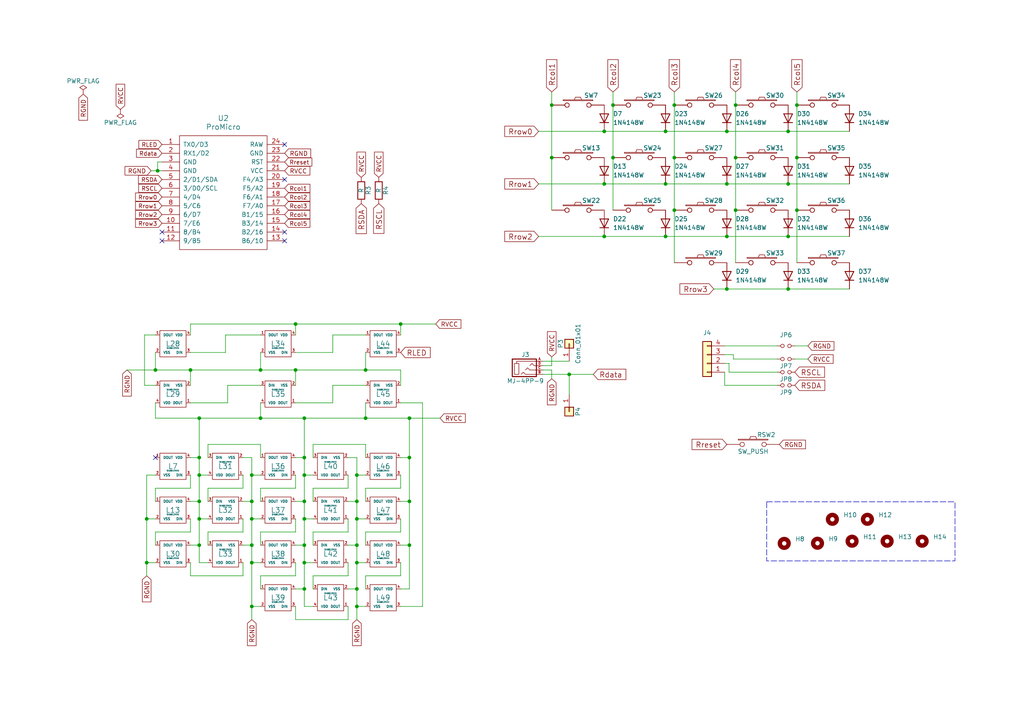
<source format=kicad_sch>
(kicad_sch (version 20230121) (generator eeschema)
  (paper "A4")
  (junction (at 57.785 137.795))
  (junction (at 160.02 30.48))
  (junction (at 213.36 45.72))
  (junction (at 103.505 145.415))
  (junction (at 160.02 45.72))
  (junction (at 231.14 30.48))
  (junction (at 45.72 49.53))
  (junction (at 88.265 132.715))
  (junction (at 231.14 60.96))
  (junction (at 210.82 38.1))
  (junction (at 42.545 150.495))
  (junction (at 106.045 121.285))
  (junction (at 103.505 137.795))
  (junction (at 88.265 170.815))
  (junction (at 165.1 108.585))
  (junction (at 103.505 175.895))
  (junction (at 73.025 145.415))
  (junction (at 228.6 38.1))
  (junction (at 210.82 68.58))
  (junction (at 195.58 60.96))
  (junction (at 118.745 158.115))
  (junction (at 103.505 163.195))
  (junction (at 193.04 68.58))
  (junction (at 88.265 150.495))
  (junction (at 118.745 132.715))
  (junction (at 88.265 145.415))
  (junction (at 213.36 30.48))
  (junction (at 42.545 163.195))
  (junction (at 118.745 121.285))
  (junction (at 57.785 145.415))
  (junction (at 88.265 137.795))
  (junction (at 88.265 158.115))
  (junction (at 175.26 68.58))
  (junction (at 210.82 53.34))
  (junction (at 45.085 107.315))
  (junction (at 57.785 132.715))
  (junction (at 75.565 107.315))
  (junction (at 85.725 93.98))
  (junction (at 73.025 163.195))
  (junction (at 73.025 137.795))
  (junction (at 75.565 121.285))
  (junction (at 175.26 53.34))
  (junction (at 85.725 107.315))
  (junction (at 73.025 158.115))
  (junction (at 193.04 38.1))
  (junction (at 57.785 158.115))
  (junction (at 231.14 45.72))
  (junction (at 228.6 68.58))
  (junction (at 116.205 93.98))
  (junction (at 177.8 45.72))
  (junction (at 73.025 150.495))
  (junction (at 73.025 175.895))
  (junction (at 57.785 121.285))
  (junction (at 55.245 107.315))
  (junction (at 57.785 150.495))
  (junction (at 106.045 107.315))
  (junction (at 228.6 83.82))
  (junction (at 118.745 145.415))
  (junction (at 103.505 158.115))
  (junction (at 175.26 38.1))
  (junction (at 88.265 163.195))
  (junction (at 88.265 121.285))
  (junction (at 195.58 45.72))
  (junction (at 103.505 170.815))
  (junction (at 177.8 30.48))
  (junction (at 103.505 150.495))
  (junction (at 213.36 60.96))
  (junction (at 195.58 30.48))
  (junction (at 228.6 53.34))
  (junction (at 210.82 83.82))
  (junction (at 193.04 53.34))
  (no_connect (at 46.99 69.85))
  (no_connect (at 45.085 132.715))
  (no_connect (at 82.55 52.07))
  (no_connect (at 82.55 41.91))
  (no_connect (at 82.55 67.31))
  (no_connect (at 46.99 67.31))
  (no_connect (at 82.55 69.85))
  (wire (pts (xy 90.805 167.005) (xy 100.965 167.005)))
  (wire (pts (xy 73.025 145.415) (xy 73.025 150.495)))
  (wire (pts (xy 211.455 105.41) (xy 211.455 107.95)))
  (wire (pts (xy 45.085 137.795) (xy 42.545 137.795)))
  (wire (pts (xy 75.565 137.795) (xy 73.025 137.795)))
  (wire (pts (xy 90.805 170.815) (xy 90.805 167.005)))
  (wire (pts (xy 55.245 154.305) (xy 55.245 150.495)))
  (wire (pts (xy 85.725 141.605) (xy 85.725 137.795)))
  (wire (pts (xy 160.02 106.045) (xy 160.02 103.505)))
  (wire (pts (xy 100.965 158.115) (xy 103.505 158.115)))
  (wire (pts (xy 60.325 145.415) (xy 60.325 141.605)))
  (wire (pts (xy 60.325 128.905) (xy 60.325 132.715)))
  (wire (pts (xy 103.505 175.895) (xy 103.505 179.705)))
  (wire (pts (xy 100.965 154.305) (xy 100.965 150.495)))
  (wire (pts (xy 96.52 97.155) (xy 96.52 102.235)))
  (wire (pts (xy 106.045 132.715) (xy 106.045 128.905)))
  (wire (pts (xy 75.565 175.895) (xy 73.025 175.895)))
  (wire (pts (xy 100.965 132.715) (xy 103.505 132.715)))
  (wire (pts (xy 75.565 116.84) (xy 75.565 121.285)))
  (wire (pts (xy 157.48 108.585) (xy 165.1 108.585)))
  (wire (pts (xy 60.325 154.305) (xy 70.485 154.305)))
  (wire (pts (xy 122.555 116.84) (xy 122.555 175.895)))
  (wire (pts (xy 75.565 121.285) (xy 88.265 121.285)))
  (wire (pts (xy 85.725 179.705) (xy 85.725 175.895)))
  (wire (pts (xy 213.36 60.96) (xy 213.36 76.2)))
  (wire (pts (xy 85.725 111.76) (xy 85.725 107.315)))
  (wire (pts (xy 193.04 53.34) (xy 210.82 53.34)))
  (wire (pts (xy 85.725 158.115) (xy 88.265 158.115)))
  (wire (pts (xy 55.245 167.005) (xy 55.245 163.195)))
  (wire (pts (xy 75.565 150.495) (xy 73.025 150.495)))
  (wire (pts (xy 73.025 150.495) (xy 73.025 158.115)))
  (wire (pts (xy 75.565 170.815) (xy 75.565 167.005)))
  (wire (pts (xy 116.205 154.305) (xy 116.205 150.495)))
  (wire (pts (xy 75.565 107.315) (xy 85.725 107.315)))
  (wire (pts (xy 106.045 170.815) (xy 106.045 167.005)))
  (wire (pts (xy 55.245 141.605) (xy 55.245 137.795)))
  (wire (pts (xy 210.82 83.82) (xy 228.6 83.82)))
  (wire (pts (xy 213.36 26.67) (xy 213.36 30.48)))
  (wire (pts (xy 210.185 102.87) (xy 212.725 102.87)))
  (wire (pts (xy 66.04 111.76) (xy 75.565 111.76)))
  (wire (pts (xy 73.025 158.115) (xy 73.025 163.195)))
  (wire (pts (xy 45.72 46.99) (xy 45.72 49.53)))
  (wire (pts (xy 85.725 116.84) (xy 96.52 116.84)))
  (wire (pts (xy 156.21 38.1) (xy 175.26 38.1)))
  (wire (pts (xy 157.48 106.045) (xy 160.02 106.045)))
  (wire (pts (xy 85.725 170.815) (xy 88.265 170.815)))
  (wire (pts (xy 88.265 132.715) (xy 88.265 137.795)))
  (wire (pts (xy 45.72 49.53) (xy 46.99 49.53)))
  (wire (pts (xy 118.745 145.415) (xy 118.745 158.115)))
  (wire (pts (xy 57.785 132.715) (xy 57.785 137.795)))
  (wire (pts (xy 106.045 150.495) (xy 103.505 150.495)))
  (wire (pts (xy 210.185 107.95) (xy 210.185 111.76)))
  (wire (pts (xy 122.555 175.895) (xy 116.205 175.895)))
  (wire (pts (xy 156.21 68.58) (xy 175.26 68.58)))
  (wire (pts (xy 230.505 104.14) (xy 234.315 104.14)))
  (wire (pts (xy 57.785 163.195) (xy 60.325 163.195)))
  (wire (pts (xy 70.485 145.415) (xy 73.025 145.415)))
  (wire (pts (xy 73.025 175.895) (xy 73.025 179.705)))
  (wire (pts (xy 225.425 111.76) (xy 210.185 111.76)))
  (wire (pts (xy 103.505 132.715) (xy 103.505 137.795)))
  (wire (pts (xy 88.265 121.285) (xy 106.045 121.285)))
  (wire (pts (xy 85.725 145.415) (xy 88.265 145.415)))
  (wire (pts (xy 55.245 132.715) (xy 57.785 132.715)))
  (wire (pts (xy 177.8 26.67) (xy 177.8 30.48)))
  (wire (pts (xy 160.02 107.315) (xy 160.02 109.855)))
  (wire (pts (xy 55.245 158.115) (xy 57.785 158.115)))
  (wire (pts (xy 106.045 107.315) (xy 116.205 107.315)))
  (wire (pts (xy 75.565 132.715) (xy 75.565 128.905)))
  (wire (pts (xy 116.205 141.605) (xy 116.205 137.795)))
  (wire (pts (xy 90.805 128.905) (xy 90.805 132.715)))
  (wire (pts (xy 96.52 116.84) (xy 96.52 111.76)))
  (wire (pts (xy 212.725 102.87) (xy 212.725 104.14)))
  (wire (pts (xy 175.26 53.34) (xy 193.04 53.34)))
  (wire (pts (xy 103.505 150.495) (xy 103.505 158.115)))
  (wire (pts (xy 157.48 104.775) (xy 165.1 104.775)))
  (wire (pts (xy 100.965 141.605) (xy 100.965 137.795)))
  (wire (pts (xy 73.025 132.715) (xy 73.025 137.795)))
  (wire (pts (xy 65.405 102.235) (xy 55.245 102.235)))
  (wire (pts (xy 45.085 163.195) (xy 42.545 163.195)))
  (wire (pts (xy 45.085 158.115) (xy 45.085 154.305)))
  (wire (pts (xy 225.425 107.95) (xy 211.455 107.95)))
  (wire (pts (xy 100.965 170.815) (xy 103.505 170.815)))
  (wire (pts (xy 228.6 68.58) (xy 246.38 68.58)))
  (wire (pts (xy 118.745 132.715) (xy 118.745 145.415)))
  (wire (pts (xy 156.21 53.34) (xy 175.26 53.34)))
  (wire (pts (xy 46.99 46.99) (xy 45.72 46.99)))
  (wire (pts (xy 100.965 145.415) (xy 103.505 145.415)))
  (wire (pts (xy 75.565 158.115) (xy 75.565 154.305)))
  (wire (pts (xy 57.785 150.495) (xy 57.785 158.115)))
  (wire (pts (xy 106.045 137.795) (xy 103.505 137.795)))
  (wire (pts (xy 60.325 158.115) (xy 60.325 154.305)))
  (wire (pts (xy 195.58 60.96) (xy 195.58 76.2)))
  (wire (pts (xy 70.485 154.305) (xy 70.485 150.495)))
  (wire (pts (xy 210.82 68.58) (xy 228.6 68.58)))
  (wire (pts (xy 118.745 158.115) (xy 118.745 170.815)))
  (wire (pts (xy 70.485 141.605) (xy 70.485 137.795)))
  (wire (pts (xy 75.565 163.195) (xy 73.025 163.195)))
  (wire (pts (xy 75.565 102.235) (xy 75.565 107.315)))
  (wire (pts (xy 45.085 145.415) (xy 45.085 141.605)))
  (wire (pts (xy 165.1 108.585) (xy 165.1 114.3)))
  (wire (pts (xy 57.785 158.115) (xy 57.785 163.195)))
  (wire (pts (xy 75.565 141.605) (xy 85.725 141.605)))
  (wire (pts (xy 231.14 45.72) (xy 231.14 60.96)))
  (wire (pts (xy 70.485 158.115) (xy 73.025 158.115)))
  (wire (pts (xy 207.01 83.82) (xy 210.82 83.82)))
  (wire (pts (xy 230.505 100.33) (xy 234.315 100.33)))
  (wire (pts (xy 60.325 137.795) (xy 57.785 137.795)))
  (wire (pts (xy 228.6 38.1) (xy 246.38 38.1)))
  (wire (pts (xy 75.565 97.155) (xy 65.405 97.155)))
  (wire (pts (xy 85.725 154.305) (xy 85.725 150.495)))
  (wire (pts (xy 60.325 141.605) (xy 70.485 141.605)))
  (wire (pts (xy 106.045 145.415) (xy 106.045 141.605)))
  (wire (pts (xy 90.805 158.115) (xy 90.805 154.305)))
  (wire (pts (xy 42.545 163.195) (xy 42.545 167.005)))
  (wire (pts (xy 116.205 116.84) (xy 122.555 116.84)))
  (wire (pts (xy 106.045 175.895) (xy 103.505 175.895)))
  (wire (pts (xy 228.6 53.34) (xy 246.38 53.34)))
  (wire (pts (xy 45.085 154.305) (xy 55.245 154.305)))
  (wire (pts (xy 103.505 158.115) (xy 103.505 163.195)))
  (wire (pts (xy 55.245 93.98) (xy 85.725 93.98)))
  (wire (pts (xy 55.245 111.76) (xy 55.245 107.315)))
  (wire (pts (xy 210.185 100.33) (xy 225.425 100.33)))
  (wire (pts (xy 41.91 111.76) (xy 45.085 111.76)))
  (wire (pts (xy 85.725 93.98) (xy 116.205 93.98)))
  (wire (pts (xy 45.085 116.84) (xy 45.085 121.285)))
  (wire (pts (xy 106.045 97.155) (xy 96.52 97.155)))
  (wire (pts (xy 195.58 45.72) (xy 195.58 60.96)))
  (wire (pts (xy 157.48 107.315) (xy 160.02 107.315)))
  (wire (pts (xy 73.025 137.795) (xy 73.025 145.415)))
  (wire (pts (xy 45.085 97.155) (xy 41.91 97.155)))
  (wire (pts (xy 88.265 163.195) (xy 90.805 163.195)))
  (wire (pts (xy 55.245 97.155) (xy 55.245 93.98)))
  (wire (pts (xy 70.485 132.715) (xy 73.025 132.715)))
  (wire (pts (xy 42.545 150.495) (xy 42.545 163.195)))
  (wire (pts (xy 88.265 175.895) (xy 90.805 175.895)))
  (wire (pts (xy 116.205 132.715) (xy 118.745 132.715)))
  (wire (pts (xy 66.04 116.84) (xy 66.04 111.76)))
  (wire (pts (xy 85.725 132.715) (xy 88.265 132.715)))
  (wire (pts (xy 70.485 167.005) (xy 55.245 167.005)))
  (wire (pts (xy 106.045 154.305) (xy 116.205 154.305)))
  (wire (pts (xy 103.505 137.795) (xy 103.505 145.415)))
  (wire (pts (xy 88.265 170.815) (xy 88.265 175.895)))
  (wire (pts (xy 55.245 116.84) (xy 66.04 116.84)))
  (wire (pts (xy 118.745 121.285) (xy 127.635 121.285)))
  (wire (pts (xy 75.565 145.415) (xy 75.565 141.605)))
  (wire (pts (xy 96.52 102.235) (xy 85.725 102.235)))
  (wire (pts (xy 225.425 104.14) (xy 212.725 104.14)))
  (wire (pts (xy 57.785 121.285) (xy 75.565 121.285)))
  (wire (pts (xy 88.265 137.795) (xy 88.265 145.415)))
  (wire (pts (xy 106.045 163.195) (xy 103.505 163.195)))
  (wire (pts (xy 90.805 141.605) (xy 100.965 141.605)))
  (wire (pts (xy 106.045 167.005) (xy 116.205 167.005)))
  (wire (pts (xy 43.815 49.53) (xy 45.72 49.53)))
  (wire (pts (xy 85.725 167.005) (xy 85.725 163.195)))
  (wire (pts (xy 70.485 163.195) (xy 70.485 167.005)))
  (wire (pts (xy 100.965 175.895) (xy 100.965 179.705)))
  (wire (pts (xy 65.405 97.155) (xy 65.405 102.235)))
  (wire (pts (xy 103.505 163.195) (xy 103.505 170.815)))
  (wire (pts (xy 213.36 30.48) (xy 213.36 45.72)))
  (wire (pts (xy 106.045 158.115) (xy 106.045 154.305)))
  (wire (pts (xy 85.725 97.155) (xy 85.725 93.98)))
  (wire (pts (xy 75.565 128.905) (xy 60.325 128.905)))
  (wire (pts (xy 195.58 26.67) (xy 195.58 30.48)))
  (wire (pts (xy 45.085 107.315) (xy 55.245 107.315)))
  (wire (pts (xy 160.02 45.72) (xy 160.02 60.96)))
  (wire (pts (xy 210.82 38.1) (xy 228.6 38.1)))
  (wire (pts (xy 57.785 145.415) (xy 57.785 150.495)))
  (wire (pts (xy 88.265 121.285) (xy 88.265 132.715)))
  (wire (pts (xy 88.265 150.495) (xy 90.805 150.495)))
  (wire (pts (xy 116.205 158.115) (xy 118.745 158.115)))
  (wire (pts (xy 193.04 68.58) (xy 210.82 68.58)))
  (wire (pts (xy 175.26 68.58) (xy 193.04 68.58)))
  (wire (pts (xy 73.025 163.195) (xy 73.025 175.895)))
  (wire (pts (xy 100.965 179.705) (xy 85.725 179.705)))
  (wire (pts (xy 231.14 26.67) (xy 231.14 30.48)))
  (wire (pts (xy 213.36 45.72) (xy 213.36 60.96)))
  (wire (pts (xy 103.505 145.415) (xy 103.505 150.495)))
  (wire (pts (xy 57.785 121.285) (xy 57.785 132.715)))
  (wire (pts (xy 116.205 167.005) (xy 116.205 163.195)))
  (wire (pts (xy 106.045 128.905) (xy 90.805 128.905)))
  (wire (pts (xy 88.265 150.495) (xy 88.265 158.115)))
  (wire (pts (xy 42.545 137.795) (xy 42.545 150.495)))
  (wire (pts (xy 103.505 170.815) (xy 103.505 175.895)))
  (wire (pts (xy 116.205 107.315) (xy 116.205 111.76)))
  (wire (pts (xy 195.58 30.48) (xy 195.58 45.72)))
  (wire (pts (xy 36.83 107.315) (xy 45.085 107.315)))
  (wire (pts (xy 193.04 38.1) (xy 210.82 38.1)))
  (wire (pts (xy 96.52 111.76) (xy 106.045 111.76)))
  (wire (pts (xy 45.085 150.495) (xy 42.545 150.495)))
  (wire (pts (xy 116.205 93.98) (xy 126.365 93.98)))
  (wire (pts (xy 106.045 141.605) (xy 116.205 141.605)))
  (wire (pts (xy 75.565 154.305) (xy 85.725 154.305)))
  (wire (pts (xy 231.14 30.48) (xy 231.14 45.72)))
  (wire (pts (xy 41.91 97.155) (xy 41.91 111.76)))
  (wire (pts (xy 75.565 167.005) (xy 85.725 167.005)))
  (wire (pts (xy 106.045 116.84) (xy 106.045 121.285)))
  (wire (pts (xy 116.205 97.155) (xy 116.205 93.98)))
  (wire (pts (xy 60.325 150.495) (xy 57.785 150.495)))
  (wire (pts (xy 55.245 145.415) (xy 57.785 145.415)))
  (wire (pts (xy 231.14 60.96) (xy 231.14 76.2)))
  (wire (pts (xy 165.1 108.585) (xy 172.085 108.585)))
  (wire (pts (xy 90.805 145.415) (xy 90.805 141.605)))
  (wire (pts (xy 106.045 102.235) (xy 106.045 107.315)))
  (wire (pts (xy 85.725 107.315) (xy 106.045 107.315)))
  (wire (pts (xy 228.6 83.82) (xy 246.38 83.82)))
  (wire (pts (xy 88.265 163.195) (xy 88.265 170.815)))
  (wire (pts (xy 88.265 145.415) (xy 88.265 150.495)))
  (wire (pts (xy 160.02 30.48) (xy 160.02 45.72)))
  (wire (pts (xy 175.26 38.1) (xy 193.04 38.1)))
  (wire (pts (xy 57.785 137.795) (xy 57.785 145.415)))
  (wire (pts (xy 106.045 121.285) (xy 118.745 121.285)))
  (wire (pts (xy 55.245 107.315) (xy 75.565 107.315)))
  (wire (pts (xy 90.805 154.305) (xy 100.965 154.305)))
  (wire (pts (xy 118.745 170.815) (xy 116.205 170.815)))
  (wire (pts (xy 210.82 53.34) (xy 228.6 53.34)))
  (wire (pts (xy 45.085 121.285) (xy 57.785 121.285)))
  (wire (pts (xy 88.265 158.115) (xy 88.265 163.195)))
  (wire (pts (xy 100.965 167.005) (xy 100.965 163.195)))
  (wire (pts (xy 116.205 145.415) (xy 118.745 145.415)))
  (wire (pts (xy 118.745 121.285) (xy 118.745 132.715)))
  (wire (pts (xy 45.085 141.605) (xy 55.245 141.605)))
  (wire (pts (xy 45.085 102.235) (xy 45.085 107.315)))
  (wire (pts (xy 177.8 30.48) (xy 177.8 45.72)))
  (wire (pts (xy 210.185 105.41) (xy 211.455 105.41)))
  (wire (pts (xy 160.02 26.67) (xy 160.02 30.48)))
  (wire (pts (xy 177.8 45.72) (xy 177.8 60.96)))
  (wire (pts (xy 88.265 137.795) (xy 90.805 137.795)))
  (rectangle (start 222.377 145.542) (end 276.987 162.687) (stroke (width 0) (type dash)))
  (global_label "Rdata" (shape input) (at 46.99 44.45 180) (effects (font (size 1.1938 1.1938))) (property "Intersheetrefs" "${INTERSHEET_REFS}" (effects hide)))
  (global_label "RGND" (shape input) (at 24.13 27.305 270) (property "Intersheetrefs" "${INTERSHEET_REFS}" (effects hide)))
  (global_label "Rreset" (shape input) (at 82.55 46.99 0) (effects (font (size 1.1938 1.1938))) (property "Intersheetrefs" "${INTERSHEET_REFS}" (effects hide)))
  (global_label "Rcol2" (shape input) (at 82.55 57.15 0) (effects (font (size 1.1938 1.1938))) (property "Intersheetrefs" "${INTERSHEET_REFS}" (effects hide)))
  (global_label "RGND" (shape input) (at 226.06 128.905 0) (property "Intersheetrefs" "${INTERSHEET_REFS}" (effects hide)))
  (global_label "Rrow2" (shape input) (at 46.99 62.23 180) (effects (font (size 1.1938 1.1938))) (property "Intersheetrefs" "${INTERSHEET_REFS}" (effects hide)))
  (global_label "RVCC" (shape input) (at 127.635 121.285 0) (property "Intersheetrefs" "${INTERSHEET_REFS}" (effects hide)))
  (global_label "Rrow3" (shape input) (at 207.01 83.82 180) (effects (font (size 1.524 1.524))) (property "Intersheetrefs" "${INTERSHEET_REFS}" (effects hide)))
  (global_label "Rrow2" (shape input) (at 156.21 68.58 180) (effects (font (size 1.524 1.524))) (property "Intersheetrefs" "${INTERSHEET_REFS}" (effects hide)))
  (global_label "Rcol4" (shape input) (at 82.55 62.23 0) (effects (font (size 1.1938 1.1938))) (property "Intersheetrefs" "${INTERSHEET_REFS}" (effects hide)))
  (global_label "RSCL" (shape input) (at 230.505 107.95 0) (effects (font (size 1.524 1.524))) (property "Intersheetrefs" "${INTERSHEET_REFS}" (effects hide)))
  (global_label "RLED" (shape input) (at 116.205 102.235 0) (effects (font (size 1.524 1.524))) (property "Intersheetrefs" "${INTERSHEET_REFS}" (effects hide)))
  (global_label "RVCC" (shape input) (at 82.55 49.53 0) (property "Intersheetrefs" "${INTERSHEET_REFS}" (effects hide)))
  (global_label "Rreset" (shape input) (at 210.82 128.905 180) (effects (font (size 1.524 1.524))) (property "Intersheetrefs" "${INTERSHEET_REFS}" (effects hide)))
  (global_label "RGND" (shape input) (at 103.505 179.705 270) (property "Intersheetrefs" "${INTERSHEET_REFS}" (effects hide)))
  (global_label "RLED" (shape input) (at 46.99 41.91 180) (effects (font (size 1.1938 1.1938))) (property "Intersheetrefs" "${INTERSHEET_REFS}" (effects hide)))
  (global_label "RVCC" (shape input) (at 104.775 51.435 90) (property "Intersheetrefs" "${INTERSHEET_REFS}" (effects hide)))
  (global_label "Rrow0" (shape input) (at 156.21 38.1 180) (effects (font (size 1.524 1.524))) (property "Intersheetrefs" "${INTERSHEET_REFS}" (effects hide)))
  (global_label "RVCC" (shape input) (at 34.925 31.75 90) (property "Intersheetrefs" "${INTERSHEET_REFS}" (effects hide)))
  (global_label "RVCC" (shape input) (at 109.855 51.435 90) (property "Intersheetrefs" "${INTERSHEET_REFS}" (effects hide)))
  (global_label "Rcol5" (shape input) (at 231.14 26.67 90) (effects (font (size 1.524 1.524))) (property "Intersheetrefs" "${INTERSHEET_REFS}" (effects hide)))
  (global_label "RGND" (shape input) (at 234.315 100.33 0) (property "Intersheetrefs" "${INTERSHEET_REFS}" (effects hide)))
  (global_label "RSDA" (shape input) (at 104.775 59.055 270) (effects (font (size 1.524 1.524))) (property "Intersheetrefs" "${INTERSHEET_REFS}" (effects hide)))
  (global_label "Rcol3" (shape input) (at 82.55 59.69 0) (effects (font (size 1.1938 1.1938))) (property "Intersheetrefs" "${INTERSHEET_REFS}" (effects hide)))
  (global_label "RGND" (shape input) (at 42.545 167.005 270) (property "Intersheetrefs" "${INTERSHEET_REFS}" (effects hide)))
  (global_label "RSCL" (shape input) (at 109.855 59.055 270) (effects (font (size 1.524 1.524))) (property "Intersheetrefs" "${INTERSHEET_REFS}" (effects hide)))
  (global_label "Rdata" (shape input) (at 172.085 108.585 0) (effects (font (size 1.524 1.524))) (property "Intersheetrefs" "${INTERSHEET_REFS}" (effects hide)))
  (global_label "Rrow1" (shape input) (at 46.99 59.69 180) (effects (font (size 1.1938 1.1938))) (property "Intersheetrefs" "${INTERSHEET_REFS}" (effects hide)))
  (global_label "Rrow0" (shape input) (at 46.99 57.15 180) (effects (font (size 1.1938 1.1938))) (property "Intersheetrefs" "${INTERSHEET_REFS}" (effects hide)))
  (global_label "Rcol4" (shape input) (at 213.36 26.67 90) (effects (font (size 1.524 1.524))) (property "Intersheetrefs" "${INTERSHEET_REFS}" (effects hide)))
  (global_label "RSDA" (shape input) (at 230.505 111.76 0) (effects (font (size 1.524 1.524))) (property "Intersheetrefs" "${INTERSHEET_REFS}" (effects hide)))
  (global_label "Rcol2" (shape input) (at 177.8 26.67 90) (effects (font (size 1.524 1.524))) (property "Intersheetrefs" "${INTERSHEET_REFS}" (effects hide)))
  (global_label "Rrow3" (shape input) (at 46.99 64.77 180) (effects (font (size 1.1938 1.1938))) (property "Intersheetrefs" "${INTERSHEET_REFS}" (effects hide)))
  (global_label "RVCC" (shape input) (at 160.02 103.505 90) (property "Intersheetrefs" "${INTERSHEET_REFS}" (effects hide)))
  (global_label "RVCC" (shape input) (at 126.365 93.98 0) (property "Intersheetrefs" "${INTERSHEET_REFS}" (effects hide)))
  (global_label "RSDA" (shape input) (at 46.99 52.07 180) (effects (font (size 1.1938 1.1938))) (property "Intersheetrefs" "${INTERSHEET_REFS}" (effects hide)))
  (global_label "Rcol5" (shape input) (at 82.55 64.77 0) (effects (font (size 1.1938 1.1938))) (property "Intersheetrefs" "${INTERSHEET_REFS}" (effects hide)))
  (global_label "RGND" (shape input) (at 82.55 44.45 0) (property "Intersheetrefs" "${INTERSHEET_REFS}" (effects hide)))
  (global_label "RGND" (shape input) (at 160.02 109.855 270) (property "Intersheetrefs" "${INTERSHEET_REFS}" (effects hide)))
  (global_label "Rcol3" (shape input) (at 195.58 26.67 90) (effects (font (size 1.524 1.524))) (property "Intersheetrefs" "${INTERSHEET_REFS}" (effects hide)))
  (global_label "RGND" (shape input) (at 43.815 49.53 180) (property "Intersheetrefs" "${INTERSHEET_REFS}" (effects hide)))
  (global_label "RVCC" (shape input) (at 234.315 104.14 0) (property "Intersheetrefs" "${INTERSHEET_REFS}" (effects hide)))
  (global_label "RGND" (shape input) (at 73.025 179.705 270) (property "Intersheetrefs" "${INTERSHEET_REFS}" (effects hide)))
  (global_label "Rcol1" (shape input) (at 82.55 54.61 0) (effects (font (size 1.1938 1.1938))) (property "Intersheetrefs" "${INTERSHEET_REFS}" (effects hide)))
  (global_label "Rrow1" (shape input) (at 156.21 53.34 180) (effects (font (size 1.524 1.524))) (property "Intersheetrefs" "${INTERSHEET_REFS}" (effects hide)))
  (global_label "RSCL" (shape input) (at 46.99 54.61 180) (effects (font (size 1.1938 1.1938))) (property "Intersheetrefs" "${INTERSHEET_REFS}" (effects hide)))
  (global_label "RGND" (shape input) (at 36.83 107.315 270) (property "Intersheetrefs" "${INTERSHEET_REFS}" (effects hide)))
  (global_label "Rcol1" (shape input) (at 160.02 26.67 90) (effects (font (size 1.524 1.524))) (property "Intersheetrefs" "${INTERSHEET_REFS}" (effects hide)))
  (symbol (lib_id "kbd:SW_PUSH") (at 167.64 45.72 0) (unit 1)
    (property "Reference" "SW13" (at 171.45 42.926 0))
    (property "Value" "SW_PUSH" (effects hide))
    (property "Footprint" "kbd:ChocV1_V2_Hotswap" (effects hide))
    (property "Datasheet" "https://cdn-shop.adafruit.com/product-files/5118/5118-Choc-Socket.pdf" (effects hide))
    (property "supplier" "Amazon" (effects hide))
    (property "supplier pn" "B0CPVJLMDJ" (effects hide))
    (property "fp check" "Y" (effects hide))
    (property "vendor site" "https://www.amazon.com/100Pieces-Chocolate-Switches-Accessories-Mechanical-PC/dp/B0CPVJLMDJ/ref=sr_1_1?crid=39MD9FOVAQD40&keywords=kailh+socket+swap+1350&qid=1707479659&sprefix=kailh+socket+swap1350%2Caps%2C276&sr=8-1" (effects hide))
    (property "item qty" "100" (effects hide))
  )
  (symbol (lib_id "Diode:1N4148W") (at 175.26 34.29 90) (unit 1)
    (property "Reference" "D7" (at 177.8 33.02 90) (effects (justify right)))
    (property "Value" "1N4148W" (at 177.8 35.56 90) (effects (justify right)))
    (property "Footprint" "kbd:D_SOD-123" (effects hide))
    (property "Datasheet" "https://www.vishay.com/docs/85748/1n4148w.pdf" (effects hide))
    (property "Sim.Device" "D" (effects hide))
    (property "Sim.Pins" "1=K 2=A" (effects hide))
    (property "supplier" "Amazon" (effects hide))
    (property "supplier pn" "B09DR5KFXM" (effects hide))
    (property "fp check" "Y" (effects hide))
    (property "vendor site" "https://www.amazon.com/Adafruit-Industries-1N4148-SOD-123-Diodes/dp/B09DR5KFXM/ref=sr_1_6?crid=5ICIUYGMC3T4&keywords=1n4148w&qid=1707478838&s=industrial&sprefix=1n4148%2Cindustrial%2C346&sr=1-6" (effects hide))
    (property "item qty" "100" (effects hide))
  )
  (symbol (lib_id "kbd:ProMicro") (at 65.024 54.61 0) (unit 1)
    (property "Reference" "U2" (at 64.77 34.29 0) (effects (font (size 1.524 1.524))))
    (property "Value" "ProMicro" (at 64.77 36.83 0) (effects (font (size 1.524 1.524))))
    (property "Footprint" "kbd:ProMicro_v2_1side" (effects hide))
  )
  (symbol (lib_id "kbd:SK6812MINI") (at 95.885 135.255 180) (unit 1)
    (property "Reference" "L40" (at 95.885 135.255 0) (effects (font (size 1.4986 1.4986))))
    (property "Value" "SK6812MINI" (at 95.885 133.985 0) (effects (font (size 0.4064 0.4064))))
    (property "Footprint" "kbd:YS-SK6812MINI-E" (effects hide))
    (property "Datasheet" "https://cdn-shop.adafruit.com/product-files/2757/p2757_SK6812RGBW_REV01.pdf" (effects hide))
    (property "supplier" "Amazon" (effects hide))
    (property "supplier pn" "‎B0B7H7NXMB" (effects hide))
    (property "fp check" "?" (effects hide))
    (property "vendor site" "https://www.amazon.com/AITRIP-SSD1306-Character-Compatible-Raspberry/dp/B0B7H7NXMB/ref=sr_1_1_sspa?crid=2T7FMTKN28C1&keywords=SSD1306&qid=1707480712&sprefix=oled%2B91%2B128+32%2Caps%2C289&sr=8-1-spons&sp_csd=d2lkZ2V0TmFtZT1zcF9hdGY&psc=1" (effects hide))
    (property "item qty" "6" (effects hide))
  )
  (symbol (lib_id "kbd:SK6812MINI") (at 80.645 147.955 0) (unit 1)
    (property "Reference" "L37" (at 80.645 147.955 0) (effects (font (size 1.4986 1.4986))))
    (property "Value" "SK6812MINI" (at 80.645 149.225 0) (effects (font (size 0.4064 0.4064))))
    (property "Footprint" "kbd:YS-SK6812MINI-E" (effects hide))
    (property "Datasheet" "https://cdn-shop.adafruit.com/product-files/2757/p2757_SK6812RGBW_REV01.pdf" (effects hide))
    (property "supplier" "Amazon" (effects hide))
    (property "supplier pn" "‎B0B7H7NXMB" (effects hide))
    (property "fp check" "?" (effects hide))
    (property "vendor site" "https://www.amazon.com/AITRIP-SSD1306-Character-Compatible-Raspberry/dp/B0B7H7NXMB/ref=sr_1_1_sspa?crid=2T7FMTKN28C1&keywords=SSD1306&qid=1707480712&sprefix=oled%2B91%2B128+32%2Caps%2C289&sr=8-1-spons&sp_csd=d2lkZ2V0TmFtZT1zcF9hdGY&psc=1" (effects hide))
    (property "item qty" "6" (effects hide))
  )
  (symbol (lib_id "kbd:SK6812MINI") (at 111.125 147.955 0) (unit 1)
    (property "Reference" "L47" (at 111.125 147.955 0) (effects (font (size 1.4986 1.4986))))
    (property "Value" "SK6812MINI" (at 111.125 149.225 0) (effects (font (size 0.4064 0.4064))))
    (property "Footprint" "kbd:YS-SK6812MINI-E" (effects hide))
    (property "Datasheet" "https://cdn-shop.adafruit.com/product-files/2757/p2757_SK6812RGBW_REV01.pdf" (effects hide))
    (property "supplier" "Amazon" (effects hide))
    (property "supplier pn" "‎B0B7H7NXMB" (effects hide))
    (property "fp check" "?" (effects hide))
    (property "vendor site" "https://www.amazon.com/AITRIP-SSD1306-Character-Compatible-Raspberry/dp/B0B7H7NXMB/ref=sr_1_1_sspa?crid=2T7FMTKN28C1&keywords=SSD1306&qid=1707480712&sprefix=oled%2B91%2B128+32%2Caps%2C289&sr=8-1-spons&sp_csd=d2lkZ2V0TmFtZT1zcF9hdGY&psc=1" (effects hide))
    (property "item qty" "6" (effects hide))
  )
  (symbol (lib_id "kbd:SK6812MINI") (at 95.885 173.355 180) (unit 1)
    (property "Reference" "L43" (at 95.885 173.355 0) (effects (font (size 1.4986 1.4986))))
    (property "Value" "SK6812MINI" (at 95.885 172.085 0) (effects (font (size 0.4064 0.4064))))
    (property "Footprint" "kbd:YS-SK6812MINI-E" (effects hide))
    (property "Datasheet" "https://cdn-shop.adafruit.com/product-files/2757/p2757_SK6812RGBW_REV01.pdf" (effects hide))
    (property "supplier" "Amazon" (effects hide))
    (property "supplier pn" "‎B0B7H7NXMB" (effects hide))
    (property "fp check" "?" (effects hide))
    (property "vendor site" "https://www.amazon.com/AITRIP-SSD1306-Character-Compatible-Raspberry/dp/B0B7H7NXMB/ref=sr_1_1_sspa?crid=2T7FMTKN28C1&keywords=SSD1306&qid=1707480712&sprefix=oled%2B91%2B128+32%2Caps%2C289&sr=8-1-spons&sp_csd=d2lkZ2V0TmFtZT1zcF9hdGY&psc=1" (effects hide))
    (property "item qty" "6" (effects hide))
  )
  (symbol (lib_id "Diode:1N4148W") (at 193.04 34.29 90) (unit 1)
    (property "Reference" "D23" (at 195.58 33.02 90) (effects (justify right)))
    (property "Value" "1N4148W" (at 195.58 35.56 90) (effects (justify right)))
    (property "Footprint" "kbd:D_SOD-123" (effects hide))
    (property "Datasheet" "https://www.vishay.com/docs/85748/1n4148w.pdf" (effects hide))
    (property "Sim.Device" "D" (effects hide))
    (property "Sim.Pins" "1=K 2=A" (effects hide))
    (property "supplier" "Amazon" (effects hide))
    (property "supplier pn" "B09DR5KFXM" (effects hide))
    (property "fp check" "Y" (effects hide))
    (property "vendor site" "https://www.amazon.com/Adafruit-Industries-1N4148-SOD-123-Diodes/dp/B09DR5KFXM/ref=sr_1_6?crid=5ICIUYGMC3T4&keywords=1n4148w&qid=1707478838&s=industrial&sprefix=1n4148%2Cindustrial%2C346&sr=1-6" (effects hide))
    (property "item qty" "100" (effects hide))
  )
  (symbol (lib_id "Diode:1N4148W") (at 210.82 34.29 90) (unit 1)
    (property "Reference" "D26" (at 213.36 33.02 90) (effects (justify right)))
    (property "Value" "1N4148W" (at 213.36 35.56 90) (effects (justify right)))
    (property "Footprint" "kbd:D_SOD-123" (effects hide))
    (property "Datasheet" "https://www.vishay.com/docs/85748/1n4148w.pdf" (effects hide))
    (property "Sim.Device" "D" (effects hide))
    (property "Sim.Pins" "1=K 2=A" (effects hide))
    (property "supplier" "Amazon" (effects hide))
    (property "supplier pn" "B09DR5KFXM" (effects hide))
    (property "fp check" "Y" (effects hide))
    (property "vendor site" "https://www.amazon.com/Adafruit-Industries-1N4148-SOD-123-Diodes/dp/B09DR5KFXM/ref=sr_1_6?crid=5ICIUYGMC3T4&keywords=1n4148w&qid=1707478838&s=industrial&sprefix=1n4148%2Cindustrial%2C346&sr=1-6" (effects hide))
    (property "item qty" "100" (effects hide))
  )
  (symbol (lib_id "kbd:SW_PUSH") (at 185.42 60.96 0) (unit 1)
    (property "Reference" "SW25" (at 189.23 58.166 0))
    (property "Value" "SW_PUSH" (effects hide))
    (property "Footprint" "kbd:ChocV1_V2_Hotswap" (effects hide))
    (property "Datasheet" "https://cdn-shop.adafruit.com/product-files/5118/5118-Choc-Socket.pdf" (effects hide))
    (property "supplier" "Amazon" (effects hide))
    (property "supplier pn" "B0CPVJLMDJ" (effects hide))
    (property "fp check" "Y" (effects hide))
    (property "vendor site" "https://www.amazon.com/100Pieces-Chocolate-Switches-Accessories-Mechanical-PC/dp/B0CPVJLMDJ/ref=sr_1_1?crid=39MD9FOVAQD40&keywords=kailh+socket+swap+1350&qid=1707479659&sprefix=kailh+socket+swap1350%2Caps%2C276&sr=8-1" (effects hide))
    (property "item qty" "100" (effects hide))
  )
  (symbol (lib_id "kbd:MJ-4PP-9") (at 152.4 106.68 0) (unit 1)
    (property "Reference" "J3" (at 152.4 102.87 0))
    (property "Value" "MJ-4PP-9" (at 152.4 110.49 0))
    (property "Footprint" "kbd:MJ-4PP-9_1side" (effects hide))
    (property "Datasheet" "https://www.cuidevices.com/product/resource/sj2-357x-smt.pdf" (effects hide))
    (property "supplier" "Amazon" (effects hide))
    (property "supplier pn" "B07KY7CJCJ" (effects hide))
    (property "fp check" "?" (effects hide))
    (property "vendor site" "https://www.amazon.com/uxcell-Audio-Connector-Mount-Socket/dp/B07KY7CJCJ?th=1" (effects hide))
    (property "item qty" "10" (effects hide))
  )
  (symbol (lib_id "Device:R") (at 104.775 55.245 0) (unit 1)
    (property "Reference" "R3" (at 106.807 55.245 90))
    (property "Value" "R" (at 104.775 55.245 90))
    (property "Footprint" "kbd:R" (effects hide))
  )
  (symbol (lib_id "kbd:SK6812MINI") (at 65.405 147.955 180) (unit 1)
    (property "Reference" "L32" (at 65.405 147.955 0) (effects (font (size 1.4986 1.4986))))
    (property "Value" "SK6812MINI" (at 65.405 146.685 0) (effects (font (size 0.4064 0.4064))))
    (property "Footprint" "kbd:YS-SK6812MINI-E" (effects hide))
    (property "Datasheet" "https://cdn-shop.adafruit.com/product-files/2757/p2757_SK6812RGBW_REV01.pdf" (effects hide))
    (property "supplier" "Amazon" (effects hide))
    (property "supplier pn" "‎B0B7H7NXMB" (effects hide))
    (property "fp check" "?" (effects hide))
    (property "vendor site" "https://www.amazon.com/AITRIP-SSD1306-Character-Compatible-Raspberry/dp/B0B7H7NXMB/ref=sr_1_1_sspa?crid=2T7FMTKN28C1&keywords=SSD1306&qid=1707480712&sprefix=oled%2B91%2B128+32%2Caps%2C289&sr=8-1-spons&sp_csd=d2lkZ2V0TmFtZT1zcF9hdGY&psc=1" (effects hide))
    (property "item qty" "6" (effects hide))
  )
  (symbol (lib_id "power:PWR_FLAG") (at 24.13 27.305 0) (unit 1)
    (property "Reference" "#FLG03" (effects hide))
    (property "Value" "PWR_FLAG" (at 24.13 23.495 0))
  )
  (symbol (lib_id "kbd:SK6812MINI") (at 80.645 135.255 0) (unit 1)
    (property "Reference" "L36" (at 80.645 135.255 0) (effects (font (size 1.4986 1.4986))))
    (property "Value" "SK6812MINI" (at 80.645 136.525 0) (effects (font (size 0.4064 0.4064))))
    (property "Footprint" "kbd:YS-SK6812MINI-E" (effects hide))
    (property "Datasheet" "https://cdn-shop.adafruit.com/product-files/2757/p2757_SK6812RGBW_REV01.pdf" (effects hide))
    (property "supplier" "Amazon" (effects hide))
    (property "supplier pn" "‎B0B7H7NXMB" (effects hide))
    (property "fp check" "?" (effects hide))
    (property "vendor site" "https://www.amazon.com/AITRIP-SSD1306-Character-Compatible-Raspberry/dp/B0B7H7NXMB/ref=sr_1_1_sspa?crid=2T7FMTKN28C1&keywords=SSD1306&qid=1707480712&sprefix=oled%2B91%2B128+32%2Caps%2C289&sr=8-1-spons&sp_csd=d2lkZ2V0TmFtZT1zcF9hdGY&psc=1" (effects hide))
    (property "item qty" "6" (effects hide))
  )
  (symbol (lib_id "kbd:SW_PUSH") (at 238.76 60.96 0) (unit 1)
    (property "Reference" "SW36" (at 242.57 58.166 0))
    (property "Value" "SW_PUSH" (effects hide))
    (property "Footprint" "kbd:ChocV1_V2_Hotswap" (effects hide))
    (property "Datasheet" "https://cdn-shop.adafruit.com/product-files/5118/5118-Choc-Socket.pdf" (effects hide))
    (property "supplier" "Amazon" (effects hide))
    (property "supplier pn" "B0CPVJLMDJ" (effects hide))
    (property "fp check" "Y" (effects hide))
    (property "vendor site" "https://www.amazon.com/100Pieces-Chocolate-Switches-Accessories-Mechanical-PC/dp/B0CPVJLMDJ/ref=sr_1_1?crid=39MD9FOVAQD40&keywords=kailh+socket+swap+1350&qid=1707479659&sprefix=kailh+socket+swap1350%2Caps%2C276&sr=8-1" (effects hide))
    (property "item qty" "100" (effects hide))
  )
  (symbol (lib_id "kbd:Jumper_NO_Small-Device") (at 227.965 100.33 0) (unit 1)
    (property "Reference" "JP6" (at 227.965 97.155 0))
    (property "Value" "Device:Jumper_NO_Small" (effects hide))
    (property "Footprint" "kbd:Jumper" (effects hide))
  )
  (symbol (lib_id "Diode:1N4148W") (at 175.26 49.53 90) (unit 1)
    (property "Reference" "D13" (at 177.8 48.26 90) (effects (justify right)))
    (property "Value" "1N4148W" (at 177.8 50.8 90) (effects (justify right)))
    (property "Footprint" "kbd:D_SOD-123" (effects hide))
    (property "Datasheet" "https://www.vishay.com/docs/85748/1n4148w.pdf" (effects hide))
    (property "Sim.Device" "D" (effects hide))
    (property "Sim.Pins" "1=K 2=A" (effects hide))
    (property "supplier" "Amazon" (effects hide))
    (property "supplier pn" "B09DR5KFXM" (effects hide))
    (property "fp check" "Y" (effects hide))
    (property "vendor site" "https://www.amazon.com/Adafruit-Industries-1N4148-SOD-123-Diodes/dp/B09DR5KFXM/ref=sr_1_6?crid=5ICIUYGMC3T4&keywords=1n4148w&qid=1707478838&s=industrial&sprefix=1n4148%2Cindustrial%2C346&sr=1-6" (effects hide))
    (property "item qty" "100" (effects hide))
  )
  (symbol (lib_id "kbd:SW_PUSH") (at 218.44 128.905 0) (unit 1)
    (property "Reference" "RSW2" (at 222.25 126.111 0))
    (property "Value" "SW_PUSH" (at 218.44 130.937 0))
    (property "Footprint" "kbd:ResetSW_1side" (effects hide))
    (property "Datasheet" "https://www.ckswitches.com/media/2779/pts636.pdf" (effects hide))
    (property "supplier" "Amazon" (effects hide))
    (property "supplier pn" "B07H9ZSZD4" (effects hide))
    (property "fp check" "Y" (effects hide))
    (property "vendor site" "https://www.amazon.com/-/es/uxcell-0-118x0-236x0-197-Peque%C3%B1o-Interruptor-moment%C3%A1neo/dp/B07H9ZSZD4/ref=sr_1_31?crid=4NVCD9MOUHAD&keywords=reset+switch+" (effects hide))
    (property "item qty" "50" (effects hide))
  )
  (symbol (lib_id "kbd:SK6812MINI") (at 95.885 147.955 180) (unit 1)
    (property "Reference" "L41" (at 95.885 147.955 0) (effects (font (size 1.4986 1.4986))))
    (property "Value" "SK6812MINI" (at 95.885 146.685 0) (effects (font (size 0.4064 0.4064))))
    (property "Footprint" "kbd:YS-SK6812MINI-E" (effects hide))
    (property "Datasheet" "https://cdn-shop.adafruit.com/product-files/2757/p2757_SK6812RGBW_REV01.pdf" (effects hide))
    (property "supplier" "Amazon" (effects hide))
    (property "supplier pn" "‎B0B7H7NXMB" (effects hide))
    (property "fp check" "?" (effects hide))
    (property "vendor site" "https://www.amazon.com/AITRIP-SSD1306-Character-Compatible-Raspberry/dp/B0B7H7NXMB/ref=sr_1_1_sspa?crid=2T7FMTKN28C1&keywords=SSD1306&qid=1707480712&sprefix=oled%2B91%2B128+32%2Caps%2C289&sr=8-1-spons&sp_csd=d2lkZ2V0TmFtZT1zcF9hdGY&psc=1" (effects hide))
    (property "item qty" "6" (effects hide))
  )
  (symbol (lib_id "Connector_Generic:Conn_01x01") (at 165.1 119.38 270) (unit 1)
    (property "Reference" "P4" (at 167.64 119.38 0))
    (property "Value" "Conn_01x01" (effects hide))
    (property "Footprint" "kbd:1pin_conn" (effects hide))
  )
  (symbol (lib_id "kbd:SK6812MINI") (at 50.165 99.695 0) (unit 1)
    (property "Reference" "L28" (at 50.165 99.695 0) (effects (font (size 1.4986 1.4986))))
    (property "Value" "SK6812MINI" (at 50.165 100.965 0) (effects (font (size 0.4064 0.4064))))
    (property "Footprint" "kbd:SK6812MINI_underglow_rev" (effects hide))
    (property "Datasheet" "https://cdn-shop.adafruit.com/product-files/2757/p2757_SK6812RGBW_REV01.pdf" (effects hide))
    (property "supplier" "Amazon" (effects hide))
    (property "supplier pn" "‎B0B7H7NXMB" (effects hide))
    (property "fp check" "?" (effects hide))
    (property "vendor site" "https://www.amazon.com/AITRIP-SSD1306-Character-Compatible-Raspberry/dp/B0B7H7NXMB/ref=sr_1_1_sspa?crid=2T7FMTKN28C1&keywords=SSD1306&qid=1707480712&sprefix=oled%2B91%2B128+32%2Caps%2C289&sr=8-1-spons&sp_csd=d2lkZ2V0TmFtZT1zcF9hdGY&psc=1" (effects hide))
    (property "item qty" "6" (effects hide))
  )
  (symbol (lib_id "kbd:SK6812MINI") (at 65.405 135.255 180) (unit 1)
    (property "Reference" "L31" (at 65.405 135.255 0) (effects (font (size 1.4986 1.4986))))
    (property "Value" "SK6812MINI" (at 65.405 133.985 0) (effects (font (size 0.4064 0.4064))))
    (property "Footprint" "kbd:YS-SK6812MINI-E" (effects hide))
    (property "Datasheet" "https://cdn-shop.adafruit.com/product-files/2757/p2757_SK6812RGBW_REV01.pdf" (effects hide))
    (property "supplier" "Amazon" (effects hide))
    (property "supplier pn" "‎B0B7H7NXMB" (effects hide))
    (property "fp check" "?" (effects hide))
    (property "vendor site" "https://www.amazon.com/AITRIP-SSD1306-Character-Compatible-Raspberry/dp/B0B7H7NXMB/ref=sr_1_1_sspa?crid=2T7FMTKN28C1&keywords=SSD1306&qid=1707480712&sprefix=oled%2B91%2B128+32%2Caps%2C289&sr=8-1-spons&sp_csd=d2lkZ2V0TmFtZT1zcF9hdGY&psc=1" (effects hide))
    (property "item qty" "6" (effects hide))
  )
  (symbol (lib_id "kbd:SK6812MINI") (at 111.125 135.255 0) (unit 1)
    (property "Reference" "L46" (at 111.125 135.255 0) (effects (font (size 1.4986 1.4986))))
    (property "Value" "SK6812MINI" (at 111.125 136.525 0) (effects (font (size 0.4064 0.4064))))
    (property "Footprint" "kbd:YS-SK6812MINI-E" (effects hide))
    (property "Datasheet" "https://cdn-shop.adafruit.com/product-files/2757/p2757_SK6812RGBW_REV01.pdf" (effects hide))
    (property "supplier" "Amazon" (effects hide))
    (property "supplier pn" "‎B0B7H7NXMB" (effects hide))
    (property "fp check" "?" (effects hide))
    (property "vendor site" "https://www.amazon.com/AITRIP-SSD1306-Character-Compatible-Raspberry/dp/B0B7H7NXMB/ref=sr_1_1_sspa?crid=2T7FMTKN28C1&keywords=SSD1306&qid=1707480712&sprefix=oled%2B91%2B128+32%2Caps%2C289&sr=8-1-spons&sp_csd=d2lkZ2V0TmFtZT1zcF9hdGY&psc=1" (effects hide))
    (property "item qty" "6" (effects hide))
  )
  (symbol (lib_id "kbd:SW_PUSH") (at 238.76 45.72 0) (unit 1)
    (property "Reference" "SW35" (at 242.57 42.926 0))
    (property "Value" "SW_PUSH" (effects hide))
    (property "Footprint" "kbd:ChocV1_V2_Hotswap" (effects hide))
    (property "Datasheet" "https://cdn-shop.adafruit.com/product-files/5118/5118-Choc-Socket.pdf" (effects hide))
    (property "supplier" "Amazon" (effects hide))
    (property "supplier pn" "B0CPVJLMDJ" (effects hide))
    (property "fp check" "Y" (effects hide))
    (property "vendor site" "https://www.amazon.com/100Pieces-Chocolate-Switches-Accessories-Mechanical-PC/dp/B0CPVJLMDJ/ref=sr_1_1?crid=39MD9FOVAQD40&keywords=kailh+socket+swap+1350&qid=1707479659&sprefix=kailh+socket+swap1350%2Caps%2C276&sr=8-1" (effects hide))
    (property "item qty" "100" (effects hide))
  )
  (symbol (lib_id "kbd:SK6812MINI") (at 95.885 160.655 180) (unit 1)
    (property "Reference" "L42" (at 95.885 160.655 0) (effects (font (size 1.4986 1.4986))))
    (property "Value" "SK6812MINI" (at 95.885 159.385 0) (effects (font (size 0.4064 0.4064))))
    (property "Footprint" "kbd:YS-SK6812MINI-E" (effects hide))
    (property "Datasheet" "https://cdn-shop.adafruit.com/product-files/2757/p2757_SK6812RGBW_REV01.pdf" (effects hide))
    (property "supplier" "Amazon" (effects hide))
    (property "supplier pn" "‎B0B7H7NXMB" (effects hide))
    (property "fp check" "?" (effects hide))
    (property "vendor site" "https://www.amazon.com/AITRIP-SSD1306-Character-Compatible-Raspberry/dp/B0B7H7NXMB/ref=sr_1_1_sspa?crid=2T7FMTKN28C1&keywords=SSD1306&qid=1707480712&sprefix=oled%2B91%2B128+32%2Caps%2C289&sr=8-1-spons&sp_csd=d2lkZ2V0TmFtZT1zcF9hdGY&psc=1" (effects hide))
    (property "item qty" "6" (effects hide))
  )
  (symbol (lib_id "Diode:1N4148W") (at 210.82 80.01 90) (unit 1)
    (property "Reference" "D29" (at 213.36 78.74 90) (effects (justify right)))
    (property "Value" "1N4148W" (at 213.36 81.28 90) (effects (justify right)))
    (property "Footprint" "kbd:D_SOD-123" (effects hide))
    (property "Datasheet" "https://www.vishay.com/docs/85748/1n4148w.pdf" (effects hide))
    (property "Sim.Device" "D" (effects hide))
    (property "Sim.Pins" "1=K 2=A" (effects hide))
    (property "supplier" "Amazon" (effects hide))
    (property "supplier pn" "B09DR5KFXM" (effects hide))
    (property "fp check" "Y" (effects hide))
    (property "vendor site" "https://www.amazon.com/Adafruit-Industries-1N4148-SOD-123-Diodes/dp/B09DR5KFXM/ref=sr_1_6?crid=5ICIUYGMC3T4&keywords=1n4148w&qid=1707478838&s=industrial&sprefix=1n4148%2Cindustrial%2C346&sr=1-6" (effects hide))
    (property "item qty" "100" (effects hide))
  )
  (symbol (lib_id "Diode:1N4148W") (at 246.38 80.01 90) (unit 1)
    (property "Reference" "D37" (at 248.92 78.74 90) (effects (justify right)))
    (property "Value" "1N4148W" (at 248.92 81.28 90) (effects (justify right)))
    (property "Footprint" "kbd:D_SOD-123" (effects hide))
    (property "Datasheet" "https://www.vishay.com/docs/85748/1n4148w.pdf" (effects hide))
    (property "Sim.Device" "D" (effects hide))
    (property "Sim.Pins" "1=K 2=A" (effects hide))
    (property "supplier" "Amazon" (effects hide))
    (property "supplier pn" "B09DR5KFXM" (effects hide))
    (property "fp check" "Y" (effects hide))
    (property "vendor site" "https://www.amazon.com/Adafruit-Industries-1N4148-SOD-123-Diodes/dp/B09DR5KFXM/ref=sr_1_6?crid=5ICIUYGMC3T4&keywords=1n4148w&qid=1707478838&s=industrial&sprefix=1n4148%2Cindustrial%2C346&sr=1-6" (effects hide))
    (property "item qty" "100" (effects hide))
  )
  (symbol (lib_id "kbd:SK6812MINI") (at 80.645 114.3 180) (unit 1)
    (property "Reference" "L35" (at 80.645 114.3 0) (effects (font (size 1.4986 1.4986))))
    (property "Value" "SK6812MINI" (at 80.645 113.03 0) (effects (font (size 0.4064 0.4064))))
    (property "Footprint" "kbd:SK6812MINI_underglow_rev" (effects hide))
    (property "Datasheet" "https://cdn-shop.adafruit.com/product-files/2757/p2757_SK6812RGBW_REV01.pdf" (effects hide))
    (property "supplier" "Amazon" (effects hide))
    (property "supplier pn" "‎B0B7H7NXMB" (effects hide))
    (property "fp check" "?" (effects hide))
    (property "vendor site" "https://www.amazon.com/AITRIP-SSD1306-Character-Compatible-Raspberry/dp/B0B7H7NXMB/ref=sr_1_1_sspa?crid=2T7FMTKN28C1&keywords=SSD1306&qid=1707480712&sprefix=oled%2B91%2B128+32%2Caps%2C289&sr=8-1-spons&sp_csd=d2lkZ2V0TmFtZT1zcF9hdGY&psc=1" (effects hide))
    (property "item qty" "6" (effects hide))
  )
  (symbol (lib_id "Diode:1N4148W") (at 228.6 80.01 90) (unit 1)
    (property "Reference" "D33" (at 231.14 78.74 90) (effects (justify right)))
    (property "Value" "1N4148W" (at 231.14 81.28 90) (effects (justify right)))
    (property "Footprint" "kbd:D_SOD-123" (effects hide))
    (property "Datasheet" "https://www.vishay.com/docs/85748/1n4148w.pdf" (effects hide))
    (property "Sim.Device" "D" (effects hide))
    (property "Sim.Pins" "1=K 2=A" (effects hide))
    (property "supplier" "Amazon" (effects hide))
    (property "supplier pn" "B09DR5KFXM" (effects hide))
    (property "fp check" "Y" (effects hide))
    (property "vendor site" "https://www.amazon.com/Adafruit-Industries-1N4148-SOD-123-Diodes/dp/B09DR5KFXM/ref=sr_1_6?crid=5ICIUYGMC3T4&keywords=1n4148w&qid=1707478838&s=industrial&sprefix=1n4148%2Cindustrial%2C346&sr=1-6" (effects hide))
    (property "item qty" "100" (effects hide))
  )
  (symbol (lib_id "Diode:1N4148W") (at 228.6 49.53 90) (unit 1)
    (property "Reference" "D31" (at 231.14 48.26 90) (effects (justify right)))
    (property "Value" "1N4148W" (at 231.14 50.8 90) (effects (justify right)))
    (property "Footprint" "kbd:D_SOD-123" (effects hide))
    (property "Datasheet" "https://www.vishay.com/docs/85748/1n4148w.pdf" (effects hide))
    (property "Sim.Device" "D" (effects hide))
    (property "Sim.Pins" "1=K 2=A" (effects hide))
    (property "supplier" "Amazon" (effects hide))
    (property "supplier pn" "B09DR5KFXM" (effects hide))
    (property "fp check" "Y" (effects hide))
    (property "vendor site" "https://www.amazon.com/Adafruit-Industries-1N4148-SOD-123-Diodes/dp/B09DR5KFXM/ref=sr_1_6?crid=5ICIUYGMC3T4&keywords=1n4148w&qid=1707478838&s=industrial&sprefix=1n4148%2Cindustrial%2C346&sr=1-6" (effects hide))
    (property "item qty" "100" (effects hide))
  )
  (symbol (lib_id "Diode:1N4148W") (at 210.82 64.77 90) (unit 1)
    (property "Reference" "D28" (at 213.36 63.5 90) (effects (justify right)))
    (property "Value" "1N4148W" (at 213.36 66.04 90) (effects (justify right)))
    (property "Footprint" "kbd:D_SOD-123" (effects hide))
    (property "Datasheet" "https://www.vishay.com/docs/85748/1n4148w.pdf" (effects hide))
    (property "Sim.Device" "D" (effects hide))
    (property "Sim.Pins" "1=K 2=A" (effects hide))
    (property "supplier" "Amazon" (effects hide))
    (property "supplier pn" "B09DR5KFXM" (effects hide))
    (property "fp check" "Y" (effects hide))
    (property "vendor site" "https://www.amazon.com/Adafruit-Industries-1N4148-SOD-123-Diodes/dp/B09DR5KFXM/ref=sr_1_6?crid=5ICIUYGMC3T4&keywords=1n4148w&qid=1707478838&s=industrial&sprefix=1n4148%2Cindustrial%2C346&sr=1-6" (effects hide))
    (property "item qty" "100" (effects hide))
  )
  (symbol (lib_id "kbd:SK6812MINI") (at 50.165 147.955 0) (unit 1)
    (property "Reference" "L13" (at 50.165 147.955 0) (effects (font (size 1.4986 1.4986))))
    (property "Value" "SK6812MINI" (at 50.165 149.225 0) (effects (font (size 0.4064 0.4064))))
    (property "Footprint" "kbd:YS-SK6812MINI-E" (effects hide))
    (property "Datasheet" "https://cdn-shop.adafruit.com/product-files/2757/p2757_SK6812RGBW_REV01.pdf" (effects hide))
    (property "supplier" "Amazon" (effects hide))
    (property "supplier pn" "‎B0B7H7NXMB" (effects hide))
    (property "fp check" "?" (effects hide))
    (property "vendor site" "https://www.amazon.com/AITRIP-SSD1306-Character-Compatible-Raspberry/dp/B0B7H7NXMB/ref=sr_1_1_sspa?crid=2T7FMTKN28C1&keywords=SSD1306&qid=1707480712&sprefix=oled%2B91%2B128+32%2Caps%2C289&sr=8-1-spons&sp_csd=d2lkZ2V0TmFtZT1zcF9hdGY&psc=1" (effects hide))
    (property "item qty" "6" (effects hide))
  )
  (symbol (lib_id "Diode:1N4148W") (at 193.04 64.77 90) (unit 1)
    (property "Reference" "D25" (at 195.58 63.5 90) (effects (justify right)))
    (property "Value" "1N4148W" (at 195.58 66.04 90) (effects (justify right)))
    (property "Footprint" "kbd:D_SOD-123" (effects hide))
    (property "Datasheet" "https://www.vishay.com/docs/85748/1n4148w.pdf" (effects hide))
    (property "Sim.Device" "D" (effects hide))
    (property "Sim.Pins" "1=K 2=A" (effects hide))
    (property "supplier" "Amazon" (effects hide))
    (property "supplier pn" "B09DR5KFXM" (effects hide))
    (property "fp check" "Y" (effects hide))
    (property "vendor site" "https://www.amazon.com/Adafruit-Industries-1N4148-SOD-123-Diodes/dp/B09DR5KFXM/ref=sr_1_6?crid=5ICIUYGMC3T4&keywords=1n4148w&qid=1707478838&s=industrial&sprefix=1n4148%2Cindustrial%2C346&sr=1-6" (effects hide))
    (property "item qty" "100" (effects hide))
  )
  (symbol (lib_id "Device:R") (at 109.855 55.245 0) (unit 1)
    (property "Reference" "R4" (at 111.887 55.245 90))
    (property "Value" "R" (at 109.855 55.245 90))
    (property "Footprint" "kbd:R" (effects hide))
  )
  (symbol (lib_id "Mechanical:MountingHole") (at 267.462 156.972 0) (unit 1)
    (property "Reference" "H14" (at 270.637 155.702 0) (effects (justify left)))
    (property "Value" "MountingHole" (effects hide))
    (property "Footprint" "MountingHole:MountingHole_4.3mm_M4_ISO14580" (effects hide))
  )
  (symbol (lib_id "Diode:1N4148W") (at 193.04 49.53 90) (unit 1)
    (property "Reference" "D24" (at 195.58 48.26 90) (effects (justify right)))
    (property "Value" "1N4148W" (at 195.58 50.8 90) (effects (justify right)))
    (property "Footprint" "kbd:D_SOD-123" (effects hide))
    (property "Datasheet" "https://www.vishay.com/docs/85748/1n4148w.pdf" (effects hide))
    (property "Sim.Device" "D" (effects hide))
    (property "Sim.Pins" "1=K 2=A" (effects hide))
    (property "supplier" "Amazon" (effects hide))
    (property "supplier pn" "B09DR5KFXM" (effects hide))
    (property "fp check" "Y" (effects hide))
    (property "vendor site" "https://www.amazon.com/Adafruit-Industries-1N4148-SOD-123-Diodes/dp/B09DR5KFXM/ref=sr_1_6?crid=5ICIUYGMC3T4&keywords=1n4148w&qid=1707478838&s=industrial&sprefix=1n4148%2Cindustrial%2C346&sr=1-6" (effects hide))
    (property "item qty" "100" (effects hide))
  )
  (symbol (lib_id "Diode:1N4148W") (at 210.82 49.53 90) (unit 1)
    (property "Reference" "D27" (at 213.36 48.26 90) (effects (justify right)))
    (property "Value" "1N4148W" (at 213.36 50.8 90) (effects (justify right)))
    (property "Footprint" "kbd:D_SOD-123" (effects hide))
    (property "Datasheet" "https://www.vishay.com/docs/85748/1n4148w.pdf" (effects hide))
    (property "Sim.Device" "D" (effects hide))
    (property "Sim.Pins" "1=K 2=A" (effects hide))
    (property "supplier" "Amazon" (effects hide))
    (property "supplier pn" "B09DR5KFXM" (effects hide))
    (property "fp check" "Y" (effects hide))
    (property "vendor site" "https://www.amazon.com/Adafruit-Industries-1N4148-SOD-123-Diodes/dp/B09DR5KFXM/ref=sr_1_6?crid=5ICIUYGMC3T4&keywords=1n4148w&qid=1707478838&s=industrial&sprefix=1n4148%2Cindustrial%2C346&sr=1-6" (effects hide))
    (property "item qty" "100" (effects hide))
  )
  (symbol (lib_id "Diode:1N4148W") (at 246.38 49.53 90) (unit 1)
    (property "Reference" "D35" (at 248.92 48.26 90) (effects (justify right)))
    (property "Value" "1N4148W" (at 248.92 50.8 90) (effects (justify right)))
    (property "Footprint" "kbd:D_SOD-123" (effects hide))
    (property "Datasheet" "https://www.vishay.com/docs/85748/1n4148w.pdf" (effects hide))
    (property "Sim.Device" "D" (effects hide))
    (property "Sim.Pins" "1=K 2=A" (effects hide))
    (property "supplier" "Amazon" (effects hide))
    (property "supplier pn" "B09DR5KFXM" (effects hide))
    (property "fp check" "Y" (effects hide))
    (property "vendor site" "https://www.amazon.com/Adafruit-Industries-1N4148-SOD-123-Diodes/dp/B09DR5KFXM/ref=sr_1_6?crid=5ICIUYGMC3T4&keywords=1n4148w&qid=1707478838&s=industrial&sprefix=1n4148%2Cindustrial%2C346&sr=1-6" (effects hide))
    (property "item qty" "100" (effects hide))
  )
  (symbol (lib_id "kbd:SK6812MINI") (at 50.165 114.3 180) (unit 1)
    (property "Reference" "L29" (at 50.165 114.3 0) (effects (font (size 1.4986 1.4986))))
    (property "Value" "SK6812MINI" (at 50.165 113.03 0) (effects (font (size 0.4064 0.4064))))
    (property "Footprint" "kbd:SK6812MINI_underglow_rev" (effects hide))
    (property "Datasheet" "https://cdn-shop.adafruit.com/product-files/2757/p2757_SK6812RGBW_REV01.pdf" (effects hide))
    (property "supplier" "Amazon" (effects hide))
    (property "supplier pn" "‎B0B7H7NXMB" (effects hide))
    (property "fp check" "?" (effects hide))
    (property "vendor site" "https://www.amazon.com/AITRIP-SSD1306-Character-Compatible-Raspberry/dp/B0B7H7NXMB/ref=sr_1_1_sspa?crid=2T7FMTKN28C1&keywords=SSD1306&qid=1707480712&sprefix=oled%2B91%2B128+32%2Caps%2C289&sr=8-1-spons&sp_csd=d2lkZ2V0TmFtZT1zcF9hdGY&psc=1" (effects hide))
    (property "item qty" "6" (effects hide))
  )
  (symbol (lib_id "Connector_Generic:Conn_01x01") (at 165.1 99.695 90) (unit 1)
    (property "Reference" "P3" (at 162.56 99.695 0))
    (property "Value" "Conn_01x01" (at 167.64 99.695 0))
    (property "Footprint" "kbd:1pin_conn" (effects hide))
  )
  (symbol (lib_id "kbd:SW_PUSH") (at 203.2 30.48 0) (unit 1)
    (property "Reference" "SW26" (at 207.01 27.686 0))
    (property "Value" "SW_PUSH" (effects hide))
    (property "Footprint" "kbd:ChocV1_V2_Hotswap" (effects hide))
    (property "Datasheet" "https://cdn-shop.adafruit.com/product-files/5118/5118-Choc-Socket.pdf" (effects hide))
    (property "supplier" "Amazon" (effects hide))
    (property "supplier pn" "B0CPVJLMDJ" (effects hide))
    (property "fp check" "Y" (effects hide))
    (property "vendor site" "https://www.amazon.com/100Pieces-Chocolate-Switches-Accessories-Mechanical-PC/dp/B0CPVJLMDJ/ref=sr_1_1?crid=39MD9FOVAQD40&keywords=kailh+socket+swap+1350&qid=1707479659&sprefix=kailh+socket+swap1350%2Caps%2C276&sr=8-1" (effects hide))
    (property "item qty" "100" (effects hide))
  )
  (symbol (lib_id "kbd:SK6812MINI") (at 111.125 160.655 0) (unit 1)
    (property "Reference" "L48" (at 111.125 160.655 0) (effects (font (size 1.4986 1.4986))))
    (property "Value" "SK6812MINI" (at 111.125 161.925 0) (effects (font (size 0.4064 0.4064))))
    (property "Footprint" "kbd:YS-SK6812MINI-E" (effects hide))
    (property "Datasheet" "https://cdn-shop.adafruit.com/product-files/2757/p2757_SK6812RGBW_REV01.pdf" (effects hide))
    (property "supplier" "Amazon" (effects hide))
    (property "supplier pn" "‎B0B7H7NXMB" (effects hide))
    (property "fp check" "?" (effects hide))
    (property "vendor site" "https://www.amazon.com/AITRIP-SSD1306-Character-Compatible-Raspberry/dp/B0B7H7NXMB/ref=sr_1_1_sspa?crid=2T7FMTKN28C1&keywords=SSD1306&qid=1707480712&sprefix=oled%2B91%2B128+32%2Caps%2C289&sr=8-1-spons&sp_csd=d2lkZ2V0TmFtZT1zcF9hdGY&psc=1" (effects hide))
    (property "item qty" "6" (effects hide))
  )
  (symbol (lib_id "kbd:SK6812MINI") (at 111.125 173.355 0) (unit 1)
    (property "Reference" "L49" (at 111.125 173.355 0) (effects (font (size 1.4986 1.4986))))
    (property "Value" "SK6812MINI" (at 111.125 174.625 0) (effects (font (size 0.4064 0.4064))))
    (property "Footprint" "kbd:YS-SK6812MINI-E" (effects hide))
    (property "Datasheet" "https://cdn-shop.adafruit.com/product-files/2757/p2757_SK6812RGBW_REV01.pdf" (effects hide))
    (property "supplier" "Amazon" (effects hide))
    (property "supplier pn" "‎B0B7H7NXMB" (effects hide))
    (property "fp check" "?" (effects hide))
    (property "vendor site" "https://www.amazon.com/AITRIP-SSD1306-Character-Compatible-Raspberry/dp/B0B7H7NXMB/ref=sr_1_1_sspa?crid=2T7FMTKN28C1&keywords=SSD1306&qid=1707480712&sprefix=oled%2B91%2B128+32%2Caps%2C289&sr=8-1-spons&sp_csd=d2lkZ2V0TmFtZT1zcF9hdGY&psc=1" (effects hide))
    (property "item qty" "6" (effects hide))
  )
  (symbol (lib_id "Diode:1N4148W") (at 228.6 64.77 90) (unit 1)
    (property "Reference" "D32" (at 231.14 63.5 90) (effects (justify right)))
    (property "Value" "1N4148W" (at 231.14 66.04 90) (effects (justify right)))
    (property "Footprint" "kbd:D_SOD-123" (effects hide))
    (property "Datasheet" "https://www.vishay.com/docs/85748/1n4148w.pdf" (effects hide))
    (property "Sim.Device" "D" (effects hide))
    (property "Sim.Pins" "1=K 2=A" (effects hide))
    (property "supplier" "Amazon" (effects hide))
    (property "supplier pn" "B09DR5KFXM" (effects hide))
    (property "fp check" "Y" (effects hide))
    (property "vendor site" "https://www.amazon.com/Adafruit-Industries-1N4148-SOD-123-Diodes/dp/B09DR5KFXM/ref=sr_1_6?crid=5ICIUYGMC3T4&keywords=1n4148w&qid=1707478838&s=industrial&sprefix=1n4148%2Cindustrial%2C346&sr=1-6" (effects hide))
    (property "item qty" "100" (effects hide))
  )
  (symbol (lib_id "Mechanical:MountingHole") (at 237.1108 157.5642 0) (unit 1)
    (property "Reference" "H9" (at 240.2858 156.2942 0) (effects (justify left)))
    (property "Value" "MountingHole" (effects hide))
    (property "Footprint" "MountingHole:MountingHole_4.3mm_M4_ISO14580" (effects hide))
  )
  (symbol (lib_id "kbd:SW_PUSH") (at 238.76 30.48 0) (unit 1)
    (property "Reference" "SW34" (at 242.57 27.686 0))
    (property "Value" "SW_PUSH" (effects hide))
    (property "Footprint" "kbd:ChocV1_V2_Hotswap" (effects hide))
    (property "Datasheet" "https://cdn-shop.adafruit.com/product-files/5118/5118-Choc-Socket.pdf" (effects hide))
    (property "supplier" "Amazon" (effects hide))
    (property "supplier pn" "B0CPVJLMDJ" (effects hide))
    (property "fp check" "Y" (effects hide))
    (property "vendor site" "https://www.amazon.com/100Pieces-Chocolate-Switches-Accessories-Mechanical-PC/dp/B0CPVJLMDJ/ref=sr_1_1?crid=39MD9FOVAQD40&keywords=kailh+socket+swap+1350&qid=1707479659&sprefix=kailh+socket+swap1350%2Caps%2C276&sr=8-1" (effects hide))
    (property "item qty" "100" (effects hide))
  )
  (symbol (lib_id "kbd:SW_PUSH") (at 203.2 60.96 0) (unit 1)
    (property "Reference" "SW28" (at 207.01 58.166 0))
    (property "Value" "SW_PUSH" (effects hide))
    (property "Footprint" "kbd:ChocV1_V2_Hotswap" (effects hide))
    (property "Datasheet" "https://cdn-shop.adafruit.com/product-files/5118/5118-Choc-Socket.pdf" (effects hide))
    (property "supplier" "Amazon" (effects hide))
    (property "supplier pn" "B0CPVJLMDJ" (effects hide))
    (property "fp check" "Y" (effects hide))
    (property "vendor site" "https://www.amazon.com/100Pieces-Chocolate-Switches-Accessories-Mechanical-PC/dp/B0CPVJLMDJ/ref=sr_1_1?crid=39MD9FOVAQD40&keywords=kailh+socket+swap+1350&qid=1707479659&sprefix=kailh+socket+swap1350%2Caps%2C276&sr=8-1" (effects hide))
    (property "item qty" "100" (effects hide))
  )
  (symbol (lib_id "kbd:SK6812MINI") (at 80.645 160.655 0) (unit 1)
    (property "Reference" "L38" (at 80.645 160.655 0) (effects (font (size 1.4986 1.4986))))
    (property "Value" "SK6812MINI" (at 80.645 161.925 0) (effects (font (size 0.4064 0.4064))))
    (property "Footprint" "kbd:YS-SK6812MINI-E" (effects hide))
    (property "Datasheet" "https://cdn-shop.adafruit.com/product-files/2757/p2757_SK6812RGBW_REV01.pdf" (effects hide))
    (property "supplier" "Amazon" (effects hide))
    (property "supplier pn" "‎B0B7H7NXMB" (effects hide))
    (property "fp check" "?" (effects hide))
    (property "vendor site" "https://www.amazon.com/AITRIP-SSD1306-Character-Compatible-Raspberry/dp/B0B7H7NXMB/ref=sr_1_1_sspa?crid=2T7FMTKN28C1&keywords=SSD1306&qid=1707480712&sprefix=oled%2B91%2B128+32%2Caps%2C289&sr=8-1-spons&sp_csd=d2lkZ2V0TmFtZT1zcF9hdGY&psc=1" (effects hide))
    (property "item qty" "6" (effects hide))
  )
  (symbol (lib_id "kbd:SK6812MINI") (at 111.125 99.695 0) (unit 1)
    (property "Reference" "L44" (at 111.125 99.695 0) (effects (font (size 1.4986 1.4986))))
    (property "Value" "SK6812MINI" (at 111.125 100.965 0) (effects (font (size 0.4064 0.4064))))
    (property "Footprint" "kbd:SK6812MINI_underglow_rev" (effects hide))
    (property "Datasheet" "https://cdn-shop.adafruit.com/product-files/2757/p2757_SK6812RGBW_REV01.pdf" (effects hide))
    (property "supplier" "Amazon" (effects hide))
    (property "supplier pn" "‎B0B7H7NXMB" (effects hide))
    (property "fp check" "?" (effects hide))
    (property "vendor site" "https://www.amazon.com/AITRIP-SSD1306-Character-Compatible-Raspberry/dp/B0B7H7NXMB/ref=sr_1_1_sspa?crid=2T7FMTKN28C1&keywords=SSD1306&qid=1707480712&sprefix=oled%2B91%2B128+32%2Caps%2C289&sr=8-1-spons&sp_csd=d2lkZ2V0TmFtZT1zcF9hdGY&psc=1" (effects hide))
    (property "item qty" "6" (effects hide))
  )
  (symbol (lib_id "kbd:SK6812MINI") (at 50.165 135.255 0) (unit 1)
    (property "Reference" "L7" (at 50.165 135.255 0) (effects (font (size 1.4986 1.4986))))
    (property "Value" "SK6812MINI" (at 50.165 136.525 0) (effects (font (size 0.4064 0.4064))))
    (property "Footprint" "kbd:YS-SK6812MINI-E" (effects hide))
    (property "Datasheet" "https://cdn-shop.adafruit.com/product-files/2757/p2757_SK6812RGBW_REV01.pdf" (effects hide))
    (property "supplier" "Amazon" (effects hide))
    (property "supplier pn" "‎B0B7H7NXMB" (effects hide))
    (property "fp check" "?" (effects hide))
    (property "vendor site" "https://www.amazon.com/AITRIP-SSD1306-Character-Compatible-Raspberry/dp/B0B7H7NXMB/ref=sr_1_1_sspa?crid=2T7FMTKN28C1&keywords=SSD1306&qid=1707480712&sprefix=oled%2B91%2B128+32%2Caps%2C289&sr=8-1-spons&sp_csd=d2lkZ2V0TmFtZT1zcF9hdGY&psc=1" (effects hide))
    (property "item qty" "6" (effects hide))
  )
  (symbol (lib_id "kbd:SK6812MINI") (at 80.645 99.695 0) (unit 1)
    (property "Reference" "L34" (at 80.645 99.695 0) (effects (font (size 1.4986 1.4986))))
    (property "Value" "SK6812MINI" (at 80.645 100.965 0) (effects (font (size 0.4064 0.4064))))
    (property "Footprint" "kbd:SK6812MINI_underglow_rev" (effects hide))
    (property "Datasheet" "https://cdn-shop.adafruit.com/product-files/2757/p2757_SK6812RGBW_REV01.pdf" (effects hide))
    (property "supplier" "Amazon" (effects hide))
    (property "supplier pn" "‎B0B7H7NXMB" (effects hide))
    (property "fp check" "?" (effects hide))
    (property "vendor site" "https://www.amazon.com/AITRIP-SSD1306-Character-Compatible-Raspberry/dp/B0B7H7NXMB/ref=sr_1_1_sspa?crid=2T7FMTKN28C1&keywords=SSD1306&qid=1707480712&sprefix=oled%2B91%2B128+32%2Caps%2C289&sr=8-1-spons&sp_csd=d2lkZ2V0TmFtZT1zcF9hdGY&psc=1" (effects hide))
    (property "item qty" "6" (effects hide))
  )
  (symbol (lib_id "Mechanical:MountingHole") (at 251.587 150.622 0) (unit 1)
    (property "Reference" "H12" (at 254.762 149.352 0) (effects (justify left)))
    (property "Value" "MountingHole" (effects hide))
    (property "Footprint" "MountingHole:MountingHole_2.2mm_M2_ISO14580" (effects hide))
  )
  (symbol (lib_id "kbd:SW_PUSH") (at 220.98 76.2 0) (unit 1)
    (property "Reference" "SW33" (at 224.79 73.406 0))
    (property "Value" "SW_PUSH" (effects hide))
    (property "Footprint" "kbd:ChocV1_V2_Hotswap" (effects hide))
    (property "Datasheet" "https://cdn-shop.adafruit.com/product-files/5118/5118-Choc-Socket.pdf" (effects hide))
    (property "supplier" "Amazon" (effects hide))
    (property "supplier pn" "B0CPVJLMDJ" (effects hide))
    (property "fp check" "Y" (effects hide))
    (property "vendor site" "https://www.amazon.com/100Pieces-Chocolate-Switches-Accessories-Mechanical-PC/dp/B0CPVJLMDJ/ref=sr_1_1?crid=39MD9FOVAQD40&keywords=kailh+socket+swap+1350&qid=1707479659&sprefix=kailh+socket+swap1350%2Caps%2C276&sr=8-1" (effects hide))
    (property "item qty" "100" (effects hide))
  )
  (symbol (lib_id "kbd:SW_PUSH") (at 220.98 30.48 0) (unit 1)
    (property "Reference" "SW30" (at 224.79 27.686 0))
    (property "Value" "SW_PUSH" (effects hide))
    (property "Footprint" "kbd:ChocV1_V2_Hotswap" (effects hide))
    (property "Datasheet" "https://cdn-shop.adafruit.com/product-files/5118/5118-Choc-Socket.pdf" (effects hide))
    (property "supplier" "Amazon" (effects hide))
    (property "supplier pn" "B0CPVJLMDJ" (effects hide))
    (property "fp check" "Y" (effects hide))
    (property "vendor site" "https://www.amazon.com/100Pieces-Chocolate-Switches-Accessories-Mechanical-PC/dp/B0CPVJLMDJ/ref=sr_1_1?crid=39MD9FOVAQD40&keywords=kailh+socket+swap+1350&qid=1707479659&sprefix=kailh+socket+swap1350%2Caps%2C276&sr=8-1" (effects hide))
    (property "item qty" "100" (effects hide))
  )
  (symbol (lib_id "kbd:SK6812MINI") (at 111.125 114.3 180) (unit 1)
    (property "Reference" "L45" (at 111.125 114.3 0) (effects (font (size 1.4986 1.4986))))
    (property "Value" "SK6812MINI" (at 111.125 113.03 0) (effects (font (size 0.4064 0.4064))))
    (property "Footprint" "kbd:SK6812MINI_underglow_rev" (effects hide))
    (property "Datasheet" "https://cdn-shop.adafruit.com/product-files/2757/p2757_SK6812RGBW_REV01.pdf" (effects hide))
    (property "supplier" "Amazon" (effects hide))
    (property "supplier pn" "‎B0B7H7NXMB" (effects hide))
    (property "fp check" "?" (effects hide))
    (property "vendor site" "https://www.amazon.com/AITRIP-SSD1306-Character-Compatible-Raspberry/dp/B0B7H7NXMB/ref=sr_1_1_sspa?crid=2T7FMTKN28C1&keywords=SSD1306&qid=1707480712&sprefix=oled%2B91%2B128+32%2Caps%2C289&sr=8-1-spons&sp_csd=d2lkZ2V0TmFtZT1zcF9hdGY&psc=1" (effects hide))
    (property "item qty" "6" (effects hide))
  )
  (symbol (lib_id "kbd:SW_PUSH") (at 167.64 60.96 0) (unit 1)
    (property "Reference" "SW22" (at 171.45 58.166 0))
    (property "Value" "SW_PUSH" (effects hide))
    (property "Footprint" "kbd:ChocV1_V2_Hotswap" (effects hide))
    (property "Datasheet" "https://cdn-shop.adafruit.com/product-files/5118/5118-Choc-Socket.pdf" (effects hide))
    (property "supplier" "Amazon" (effects hide))
    (property "fp check" "Y" (effects hide))
    (property "vendor site" "https://www.amazon.com/100Pieces-Chocolate-Switches-Accessories-Mechanical-PC/dp/B0CPVJLMDJ/ref=sr_1_1?crid=39MD9FOVAQD40&keywords=kailh+socket+swap+1350&qid=1707479659&sprefix=kailh+socket+swap1350%2Caps%2C276&sr=8-1" (effects hide))
    (property "supplier pn" "B0CPVJLMDJ" (effects hide))
    (property "item qty" "100" (effects hide))
  )
  (symbol (lib_id "Mechanical:MountingHole") (at 257.302 156.972 0) (unit 1)
    (property "Reference" "H13" (at 260.477 155.702 0) (effects (justify left)))
    (property "Value" "MountingHole" (effects hide))
    (property "Footprint" "MountingHole:MountingHole_4.3mm_M4_ISO14580" (effects hide))
  )
  (symbol (lib_id "kbd:Jumper_NO_Small-Device") (at 227.965 104.14 180) (unit 1)
    (property "Reference" "JP7" (at 227.965 106.172 0))
    (property "Value" "Device:Jumper_NO_Small" (effects hide))
    (property "Footprint" "kbd:Jumper" (effects hide))
  )
  (symbol (lib_id "kbd:SK6812MINI") (at 80.645 173.355 0) (unit 1)
    (property "Reference" "L39" (at 80.645 173.355 0) (effects (font (size 1.4986 1.4986))))
    (property "Value" "SK6812MINI" (at 80.645 174.625 0) (effects (font (size 0.4064 0.4064))))
    (property "Footprint" "kbd:YS-SK6812MINI-E" (effects hide))
    (property "Datasheet" "https://cdn-shop.adafruit.com/product-files/2757/p2757_SK6812RGBW_REV01.pdf" (effects hide))
    (property "supplier" "Amazon" (effects hide))
    (property "supplier pn" "‎B0B7H7NXMB" (effects hide))
    (property "fp check" "?" (effects hide))
    (property "vendor site" "https://www.amazon.com/AITRIP-SSD1306-Character-Compatible-Raspberry/dp/B0B7H7NXMB/ref=sr_1_1_sspa?crid=2T7FMTKN28C1&keywords=SSD1306&qid=1707480712&sprefix=oled%2B91%2B128+32%2Caps%2C289&sr=8-1-spons&sp_csd=d2lkZ2V0TmFtZT1zcF9hdGY&psc=1" (effects hide))
    (property "item qty" "6" (effects hide))
  )
  (symbol (lib_id "kbd:SW_PUSH") (at 185.42 45.72 0) (unit 1)
    (property "Reference" "SW24" (at 189.23 42.926 0))
    (property "Value" "SW_PUSH" (effects hide))
    (property "Footprint" "kbd:ChocV1_V2_Hotswap" (effects hide))
    (property "Datasheet" "https://cdn-shop.adafruit.com/product-files/5118/5118-Choc-Socket.pdf" (effects hide))
    (property "supplier" "Amazon" (effects hide))
    (property "supplier pn" "B0CPVJLMDJ" (effects hide))
    (property "fp check" "Y" (effects hide))
    (property "vendor site" "https://www.amazon.com/100Pieces-Chocolate-Switches-Accessories-Mechanical-PC/dp/B0CPVJLMDJ/ref=sr_1_1?crid=39MD9FOVAQD40&keywords=kailh+socket+swap+1350&qid=1707479659&sprefix=kailh+socket+swap1350%2Caps%2C276&sr=8-1" (effects hide))
    (property "item qty" "100" (effects hide))
  )
  (symbol (lib_id "Mechanical:MountingHole") (at 247.142 156.972 0) (unit 1)
    (property "Reference" "H11" (at 250.317 155.702 0) (effects (justify left)))
    (property "Value" "MountingHole" (effects hide))
    (property "Footprint" "MountingHole:MountingHole_4.3mm_M4_ISO14580" (effects hide))
  )
  (symbol (lib_id "kbd:SW_PUSH") (at 220.98 60.96 0) (unit 1)
    (property "Reference" "SW32" (at 224.79 58.166 0))
    (property "Value" "SW_PUSH" (effects hide))
    (property "Footprint" "kbd:ChocV1_V2_Hotswap" (effects hide))
    (property "Datasheet" "https://cdn-shop.adafruit.com/product-files/5118/5118-Choc-Socket.pdf" (effects hide))
    (property "supplier" "Amazon" (effects hide))
    (property "supplier pn" "B0CPVJLMDJ" (effects hide))
    (property "fp check" "Y" (effects hide))
    (property "vendor site" "https://www.amazon.com/100Pieces-Chocolate-Switches-Accessories-Mechanical-PC/dp/B0CPVJLMDJ/ref=sr_1_1?crid=39MD9FOVAQD40&keywords=kailh+socket+swap+1350&qid=1707479659&sprefix=kailh+socket+swap1350%2Caps%2C276&sr=8-1" (effects hide))
    (property "item qty" "100" (effects hide))
  )
  (symbol (lib_id "kbd:SW_PUSH") (at 203.2 76.2 0) (unit 1)
    (property "Reference" "SW29" (at 207.01 73.406 0))
    (property "Value" "SW_PUSH" (effects hide))
    (property "Footprint" "kbd:ChocV1_V2_Hotswap" (effects hide))
    (property "Datasheet" "https://cdn-shop.adafruit.com/product-files/5118/5118-Choc-Socket.pdf" (effects hide))
    (property "supplier" "Amazon" (effects hide))
    (property "supplier pn" "B0CPVJLMDJ" (effects hide))
    (property "fp check" "Y" (effects hide))
    (property "vendor site" "https://www.amazon.com/100Pieces-Chocolate-Switches-Accessories-Mechanical-PC/dp/B0CPVJLMDJ/ref=sr_1_1?crid=39MD9FOVAQD40&keywords=kailh+socket+swap+1350&qid=1707479659&sprefix=kailh+socket+swap1350%2Caps%2C276&sr=8-1" (effects hide))
    (property "item qty" "100" (effects hide))
  )
  (symbol (lib_id "kbd:SK6812MINI") (at 65.405 160.655 180) (unit 1)
    (property "Reference" "L33" (at 65.405 160.655 0) (effects (font (size 1.4986 1.4986))))
    (property "Value" "SK6812MINI" (at 65.405 159.385 0) (effects (font (size 0.4064 0.4064))))
    (property "Footprint" "kbd:YS-SK6812MINI-E" (effects hide))
    (property "Datasheet" "https://cdn-shop.adafruit.com/product-files/2757/p2757_SK6812RGBW_REV01.pdf" (effects hide))
    (property "supplier" "Amazon" (effects hide))
    (property "supplier pn" "‎B0B7H7NXMB" (effects hide))
    (property "fp check" "?" (effects hide))
    (property "vendor site" "https://www.amazon.com/AITRIP-SSD1306-Character-Compatible-Raspberry/dp/B0B7H7NXMB/ref=sr_1_1_sspa?crid=2T7FMTKN28C1&keywords=SSD1306&qid=1707480712&sprefix=oled%2B91%2B128+32%2Caps%2C289&sr=8-1-spons&sp_csd=d2lkZ2V0TmFtZT1zcF9hdGY&psc=1" (effects hide))
    (property "item qty" "6" (effects hide))
  )
  (symbol (lib_id "power:PWR_FLAG") (at 34.925 31.75 180) (unit 1)
    (property "Reference" "#FLG05" (effects hide))
    (property "Value" "PWR_FLAG" (at 34.925 35.56 0))
  )
  (symbol (lib_id "kbd:SW_PUSH") (at 203.2 45.72 0) (unit 1)
    (property "Reference" "SW27" (at 207.01 42.926 0))
    (property "Value" "SW_PUSH" (effects hide))
    (property "Footprint" "kbd:ChocV1_V2_Hotswap" (effects hide))
    (property "Datasheet" "https://cdn-shop.adafruit.com/product-files/5118/5118-Choc-Socket.pdf" (effects hide))
    (property "supplier" "Amazon" (effects hide))
    (property "supplier pn" "B0CPVJLMDJ" (effects hide))
    (property "fp check" "Y" (effects hide))
    (property "vendor site" "https://www.amazon.com/100Pieces-Chocolate-Switches-Accessories-Mechanical-PC/dp/B0CPVJLMDJ/ref=sr_1_1?crid=39MD9FOVAQD40&keywords=kailh+socket+swap+1350&qid=1707479659&sprefix=kailh+socket+swap1350%2Caps%2C276&sr=8-1" (effects hide))
    (property "item qty" "100" (effects hide))
  )
  (symbol (lib_id "kbd:Jumper_NO_Small-Device") (at 227.965 107.95 180) (unit 1)
    (property "Reference" "JP8" (at 227.965 109.982 0))
    (property "Value" "Device:Jumper_NO_Small" (effects hide))
    (property "Footprint" "kbd:Jumper" (effects hide))
  )
  (symbol (lib_id "Diode:1N4148W") (at 246.38 64.77 90) (unit 1)
    (property "Reference" "D36" (at 248.92 63.5 90) (effects (justify right)))
    (property "Value" "1N4148W" (at 248.92 66.04 90) (effects (justify right)))
    (property "Footprint" "kbd:D_SOD-123" (effects hide))
    (property "Datasheet" "https://www.vishay.com/docs/85748/1n4148w.pdf" (effects hide))
    (property "Sim.Device" "D" (effects hide))
    (property "Sim.Pins" "1=K 2=A" (effects hide))
    (property "supplier" "Amazon" (effects hide))
    (property "supplier pn" "B09DR5KFXM" (effects hide))
    (property "fp check" "Y" (effects hide))
    (property "vendor site" "https://www.amazon.com/Adafruit-Industries-1N4148-SOD-123-Diodes/dp/B09DR5KFXM/ref=sr_1_6?crid=5ICIUYGMC3T4&keywords=1n4148w&qid=1707478838&s=industrial&sprefix=1n4148%2Cindustrial%2C346&sr=1-6" (effects hide))
    (property "item qty" "100" (effects hide))
  )
  (symbol (lib_id "kbd:SW_PUSH") (at 167.64 30.48 0) (unit 1)
    (property "Reference" "SW7" (at 171.45 27.686 0))
    (property "Value" "SW_PUSH" (effects hide))
    (property "Footprint" "kbd:ChocV1_V2_Hotswap" (effects hide))
    (property "Datasheet" "https://cdn-shop.adafruit.com/product-files/5118/5118-Choc-Socket.pdf" (effects hide))
    (property "supplier" "Amazon" (effects hide))
    (property "supplier pn" "B0CPVJLMDJ" (effects hide))
    (property "fp check" "Y" (effects hide))
    (property "vendor site" "https://www.amazon.com/100Pieces-Chocolate-Switches-Accessories-Mechanical-PC/dp/B0CPVJLMDJ/ref=sr_1_1?crid=39MD9FOVAQD40&keywords=kailh+socket+swap+1350&qid=1707479659&sprefix=kailh+socket+swap1350%2Caps%2C276&sr=8-1" (effects hide))
    (property "item qty" "100" (effects hide))
  )
  (symbol (lib_id "Diode:1N4148W") (at 246.38 34.29 90) (unit 1)
    (property "Reference" "D34" (at 248.92 33.02 90) (effects (justify right)))
    (property "Value" "1N4148W" (at 248.92 35.56 90) (effects (justify right)))
    (property "Footprint" "kbd:D_SOD-123" (effects hide))
    (property "Datasheet" "https://www.vishay.com/docs/85748/1n4148w.pdf" (effects hide))
    (property "Sim.Device" "D" (effects hide))
    (property "Sim.Pins" "1=K 2=A" (effects hide))
    (property "supplier" "Amazon" (effects hide))
    (property "supplier pn" "B09DR5KFXM" (effects hide))
    (property "fp check" "Y" (effects hide))
    (property "vendor site" "https://www.amazon.com/Adafruit-Industries-1N4148-SOD-123-Diodes/dp/B09DR5KFXM/ref=sr_1_6?crid=5ICIUYGMC3T4&keywords=1n4148w&qid=1707478838&s=industrial&sprefix=1n4148%2Cindustrial%2C346&sr=1-6" (effects hide))
    (property "item qty" "100" (effects hide))
  )
  (symbol (lib_id "Diode:1N4148W") (at 175.26 64.77 90) (unit 1)
    (property "Reference" "D22" (at 177.8 63.5 90) (effects (justify right)))
    (property "Value" "1N4148W" (at 177.8 66.04 90) (effects (justify right)))
    (property "Footprint" "kbd:D_SOD-123" (effects hide))
    (property "Datasheet" "https://www.vishay.com/docs/85748/1n4148w.pdf" (effects hide))
    (property "Sim.Device" "D" (effects hide))
    (property "Sim.Pins" "1=K 2=A" (effects hide))
    (property "supplier" "Amazon" (effects hide))
    (property "supplier pn" "B09DR5KFXM" (effects hide))
    (property "fp check" "Y" (effects hide))
    (property "vendor site" "https://www.amazon.com/Adafruit-Industries-1N4148-SOD-123-Diodes/dp/B09DR5KFXM/ref=sr_1_6?crid=5ICIUYGMC3T4&keywords=1n4148w&qid=1707478838&s=industrial&sprefix=1n4148%2Cindustrial%2C346&sr=1-6" (effects hide))
    (property "item qty" "100" (effects hide))
  )
  (symbol (lib_id "Connector_Generic:Conn_01x04") (at 205.105 105.41 180) (unit 1)
    (property "Reference" "J4" (at 205.105 96.52 0))
    (property "Value" "Conn_01x04" (effects hide))
    (property "Footprint" "kbd:OLED_1side" (effects hide))
    (property "Datasheet" "https://robu.in/wp-content/uploads/2019/12/ER-OLEDM0.91-1_Datasheet_617717.pdf" (effects hide))
    (property "supplier" "Amazon" (effects hide))
    (property "supplier pn" "B0925V1DZK" (effects hide))
    (property "fp check" "Y" (effects hide))
    (property "vendor site" "https://www.amazon.com/-/es/pantalla-pulgadas-SSD1306-controlador-cabezales/dp/B0925V1DZK/ref=sr_1_1?__mk_es_US=%C3%85M%C3%85%C5%BD%C3%95%C3%91&crid=356Z6N7LWTXAB&keywords=oled%2B91%2B128*32&qid=1707432114&sprefix=oled%2B91%2B128%2B3%2Caps%2C475&sr=8-1&th=1" (effects hide))
    (property "item qty" "10" (effects hide))
  )
  (symbol (lib_id "kbd:SW_PUSH") (at 238.76 76.2 0) (unit 1)
    (property "Reference" "SW37" (at 242.57 73.406 0))
    (property "Value" "SW_PUSH" (effects hide))
    (property "Footprint" "kbd:ChocV1_V2_Hotswap_1.5u" (effects hide))
    (property "Datasheet" "https://cdn-shop.adafruit.com/product-files/5118/5118-Choc-Socket.pdf" (effects hide))
    (property "supplier" "Amazon" (effects hide))
    (property "supplier pn" "B0CPVJLMDJ" (effects hide))
    (property "fp check" "Y" (effects hide))
    (property "vendor site" "https://www.amazon.com/100Pieces-Chocolate-Switches-Accessories-Mechanical-PC/dp/B0CPVJLMDJ/ref=sr_1_1?crid=39MD9FOVAQD40&keywords=kailh+socket+swap+1350&qid=1707479659&sprefix=kailh+socket+swap1350%2Caps%2C276&sr=8-1" (effects hide))
    (property "item qty" "100" (effects hide))
  )
  (symbol (lib_id "Diode:1N4148W") (at 228.6 34.29 90) (unit 1)
    (property "Reference" "D30" (at 231.14 33.02 90) (effects (justify right)))
    (property "Value" "1N4148W" (at 231.14 35.56 90) (effects (justify right)))
    (property "Footprint" "kbd:D_SOD-123" (effects hide))
    (property "Datasheet" "https://www.vishay.com/docs/85748/1n4148w.pdf" (effects hide))
    (property "Sim.Device" "D" (effects hide))
    (property "Sim.Pins" "1=K 2=A" (effects hide))
    (property "supplier" "Amazon" (effects hide))
    (property "supplier pn" "B09DR5KFXM" (effects hide))
    (property "fp check" "Y" (effects hide))
    (property "vendor site" "https://www.amazon.com/Adafruit-Industries-1N4148-SOD-123-Diodes/dp/B09DR5KFXM/ref=sr_1_6?crid=5ICIUYGMC3T4&keywords=1n4148w&qid=1707478838&s=industrial&sprefix=1n4148%2Cindustrial%2C346&sr=1-6" (effects hide))
    (property "item qty" "100" (effects hide))
  )
  (symbol (lib_id "kbd:SW_PUSH") (at 220.98 45.72 0) (unit 1)
    (property "Reference" "SW31" (at 224.79 42.926 0))
    (property "Value" "SW_PUSH" (effects hide))
    (property "Footprint" "kbd:ChocV1_V2_Hotswap" (effects hide))
    (property "Datasheet" "https://cdn-shop.adafruit.com/product-files/5118/5118-Choc-Socket.pdf" (effects hide))
    (property "supplier" "Amazon" (effects hide))
    (property "supplier pn" "B0CPVJLMDJ" (effects hide))
    (property "fp check" "Y" (effects hide))
    (property "vendor site" "https://www.amazon.com/100Pieces-Chocolate-Switches-Accessories-Mechanical-PC/dp/B0CPVJLMDJ/ref=sr_1_1?crid=39MD9FOVAQD40&keywords=kailh+socket+swap+1350&qid=1707479659&sprefix=kailh+socket+swap1350%2Caps%2C276&sr=8-1" (effects hide))
    (property "item qty" "100" (effects hide))
  )
  (symbol (lib_id "kbd:SW_PUSH") (at 185.42 30.48 0) (unit 1)
    (property "Reference" "SW23" (at 189.23 27.686 0))
    (property "Value" "SW_PUSH" (effects hide))
    (property "Footprint" "kbd:ChocV1_V2_Hotswap" (effects hide))
    (property "Datasheet" "https://cdn-shop.adafruit.com/product-files/5118/5118-Choc-Socket.pdf" (effects hide))
    (property "supplier" "Amazon" (effects hide))
    (property "supplier pn" "B0CPVJLMDJ" (effects hide))
    (property "fp check" "Y" (effects hide))
    (property "vendor site" "https://www.amazon.com/100Pieces-Chocolate-Switches-Accessories-Mechanical-PC/dp/B0CPVJLMDJ/ref=sr_1_1?crid=39MD9FOVAQD40&keywords=kailh+socket+swap+1350&qid=1707479659&sprefix=kailh+socket+swap1350%2Caps%2C276&sr=8-1" (effects hide))
    (property "item qty" "100" (effects hide))
  )
  (symbol (lib_id "kbd:SK6812MINI") (at 50.165 160.655 0) (unit 1)
    (property "Reference" "L30" (at 50.165 160.655 0) (effects (font (size 1.4986 1.4986))))
    (property "Value" "SK6812MINI" (at 50.165 161.925 0) (effects (font (size 0.4064 0.4064))))
    (property "Footprint" "kbd:YS-SK6812MINI-E" (effects hide))
    (property "Datasheet" "https://cdn-shop.adafruit.com/product-files/2757/p2757_SK6812RGBW_REV01.pdf" (effects hide))
    (property "supplier" "Amazon" (effects hide))
    (property "supplier pn" "‎B0B7H7NXMB" (effects hide))
    (property "fp check" "?" (effects hide))
    (property "vendor site" "https://www.amazon.com/AITRIP-SSD1306-Character-Compatible-Raspberry/dp/B0B7H7NXMB/ref=sr_1_1_sspa?crid=2T7FMTKN28C1&keywords=SSD1306&qid=1707480712&sprefix=oled%2B91%2B128+32%2Caps%2C289&sr=8-1-spons&sp_csd=d2lkZ2V0TmFtZT1zcF9hdGY&psc=1" (effects hide))
    (property "item qty" "6" (effects hide))
  )
  (symbol (lib_id "kbd:Jumper_NO_Small-Device") (at 227.965 111.76 180) (unit 1)
    (property "Reference" "JP9" (at 227.965 113.792 0))
    (property "Value" "Device:Jumper_NO_Small" (effects hide))
    (property "Footprint" "kbd:Jumper" (effects hide))
  )
  (symbol (lib_id "Mechanical:MountingHole") (at 227.457 157.607 0) (unit 1)
    (property "Reference" "H8" (at 230.632 156.337 0) (effects (justify left)))
    (property "Value" "MountingHole" (effects hide))
    (property "Footprint" "MountingHole:MountingHole_4.3mm_M4_ISO14580" (effects hide))
  )
  (symbol (lib_id "Mechanical:MountingHole") (at 241.427 150.622 0) (unit 1)
    (property "Reference" "H10" (at 244.602 149.352 0) (effects (justify left)))
    (property "Value" "MountingHole" (effects hide))
    (property "Footprint" "MountingHole:MountingHole_2.2mm_M2_ISO14580" (effects hide))
  )
)
</source>
